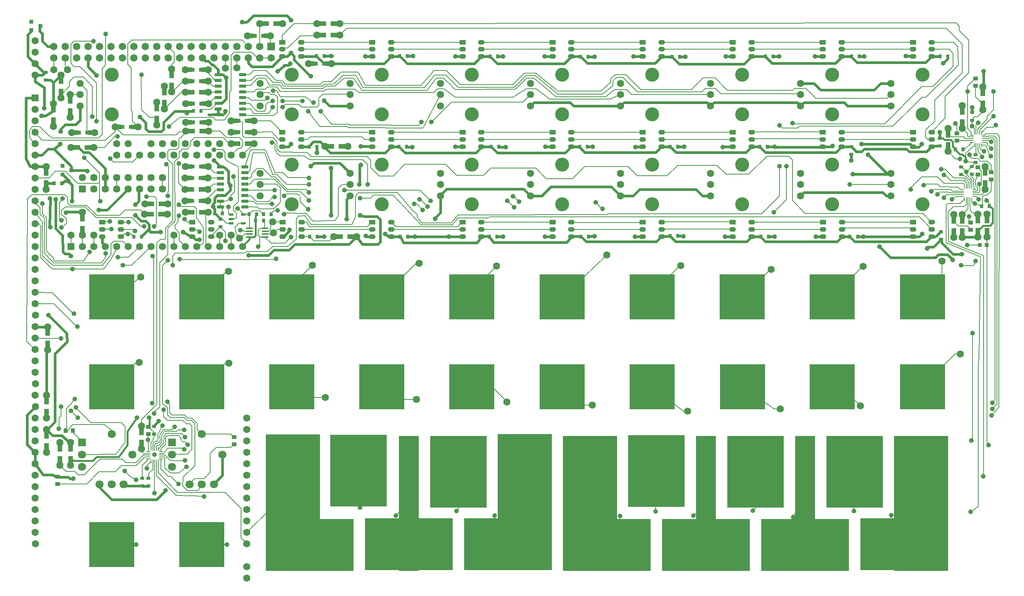
<source format=gtl>
%FSLAX33Y33*%
%MOMM*%
%AMRect-W741421-H941421-RO1.000*
21,1,0.741421,0.941421,0.,0.,180*%
%AMRR-H1089615-W1469615-R544807-RO0.000*
21,1,0.380001,1.089615,0.,0.,360*
21,1,1.469615,0.000001,0.,0.,360*
1,1,1.089614,-0.1900005,0.0000005*
1,1,1.089614,0.1900005,0.0000005*
1,1,1.089614,0.1900005,-0.0000005*
1,1,1.089614,-0.1900005,-0.0000005*%
%AMRect-W670710-H870710-RO0.500*
21,1,0.67071,0.87071,0.,0.,270*%
%AMRect-W842120-H941421-RO0.500*
21,1,0.84212,0.941421,0.,0.,270*%
%AMRect-W741421-H941421-RO1.500*
21,1,0.741421,0.941421,0.,0.,90*%
%AMRect-W800000-H900000-RO0.500*
21,1,0.8,0.9,0.,0.,270*%
%AMRect-W741421-H941421-RO0.500*
21,1,0.741421,0.941421,0.,0.,270*%
%AMRect-W670710-H870710-RO1.000*
21,1,0.67071,0.87071,0.,0.,180*%
%AMRect-W842120-H941421-RO1.500*
21,1,0.84212,0.941421,0.,0.,90*%
%AMRect-W670710-H870710-RO1.500*
21,1,0.67071,0.87071,0.,0.,90*%
%AMRR-H192474-W893701-R96237-RO0.000*
21,1,0.701227,0.192474,0.,0.,360*
1,1,0.192474,-0.3506135,0.*
1,1,0.192474,0.3506135,0.*
1,1,0.192474,0.3506135,-0.*
1,1,0.192474,-0.3506135,0.*%
%AMRR-H192474-W850000-R96237-RO0.000*
21,1,0.657526,0.192474,0.,0.,360*
1,1,0.192474,-0.328763,0.*
1,1,0.192474,0.328763,0.*
1,1,0.192474,0.328763,-0.*
1,1,0.192474,-0.328763,0.*%
%AMRR-H850000-W192474-R96237-RO0.000*
21,1,0.192474,0.657526,0.,0.,360*
1,1,0.192474,0.,0.328763*
1,1,0.192474,0.,0.328763*
1,1,0.192474,0.,-0.328763*
1,1,0.192474,-0.,-0.328763*%
%AMRR-H893701-W192474-R96237-RO0.000*
21,1,0.192474,0.701227,0.,0.,360*
1,1,0.192474,0.,0.3506135*
1,1,0.192474,0.,0.3506135*
1,1,0.192474,0.,-0.3506135*
1,1,0.192474,-0.,-0.3506135*%
%AMRR-H820000-W192474-R96237-RO0.000*
21,1,0.192474,0.627526,0.,0.,360*
1,1,0.192474,0.,0.313763*
1,1,0.192474,0.,0.313763*
1,1,0.192474,0.,-0.313763*
1,1,0.192474,-0.,-0.313763*%
%AMRect-W1650000-H1650000-RO0.500*
21,1,1.65,1.65,0.,0.,270*%
%AMRect-W842120-H941421-RO1.000*
21,1,0.84212,0.941421,0.,0.,180*%
%AMRect-W600000-H1500000-RO1.500*
21,1,0.6,1.5,0.,0.,90*%
%AMRect-W820000-H192474-RO1.000*
21,1,0.82,0.192474,0.,0.,180*%
%AMRR-H192474-W893701-R96237-RO1.000*
21,1,0.701227,0.192474,0.,0.,180*
1,1,0.192474,0.3506135,-0.*
1,1,0.192474,-0.3506135,-0.*
1,1,0.192474,-0.3506135,0.*
1,1,0.192474,0.3506135,0.*%
%AMRR-H192474-W850000-R96237-RO1.000*
21,1,0.657526,0.192474,0.,0.,180*
1,1,0.192474,0.328763,-0.*
1,1,0.192474,-0.328763,-0.*
1,1,0.192474,-0.328763,0.*
1,1,0.192474,0.328763,0.*%
%AMRR-H850000-W192474-R96237-RO1.000*
21,1,0.192474,0.657526,0.,0.,180*
1,1,0.192474,0.,-0.328763*
1,1,0.192474,-0.,-0.328763*
1,1,0.192474,-0.,0.328763*
1,1,0.192474,0.,0.328763*%
%AMRR-H893701-W192474-R96237-RO1.000*
21,1,0.192474,0.701227,0.,0.,180*
1,1,0.192474,0.,-0.3506135*
1,1,0.192474,-0.,-0.3506135*
1,1,0.192474,-0.,0.3506135*
1,1,0.192474,0.,0.3506135*%
%AMRR-H820000-W192474-R96237-RO1.000*
21,1,0.192474,0.627526,0.,0.,180*
1,1,0.192474,0.,-0.313763*
1,1,0.192474,-0.,-0.313763*
1,1,0.192474,-0.,0.313763*
1,1,0.192474,0.,0.313763*%
%AMRect-W1600000-H1600000-RO0.500*
21,1,1.6,1.6,0.,0.,270*%
%AMRect-W1600000-H300000-RO1.000*
21,1,1.6,0.3,0.,0.,180*%
%AMRR-H300000-W1600000-R150000-RO1.000*
21,1,1.3,0.3,0.,0.,180*
1,1,0.3,0.65,-0.*
1,1,0.3,-0.65,-0.*
1,1,0.3,-0.65,0.*
1,1,0.3,0.65,0.*%
%AMRR-H300000-W1600000-R150000-RO0.000*
21,1,1.3,0.3,0.,0.,360*
1,1,0.3,-0.65,0.*
1,1,0.3,0.65,0.*
1,1,0.3,0.65,-0.*
1,1,0.3,-0.65,0.*%
%ADD10C,0.2032*%
%ADD11C,0.6096*%
%ADD12C,0.381*%
%ADD13C,1.0668*%
%ADD14C,1.*%
%ADD15C,1.6*%
%ADD16Rect-W741421-H941421-RO1.000*%
%ADD17R,0.67071X0.87071*%
%ADD18R,1.469615X1.089615*%
%ADD19RR-H1089615-W1469615-R544807-RO0.000*%
%ADD20C,1.6*%
%ADD21R,1.8X1.8*%
%ADD22C,1.8*%
%ADD23R,10.X10.*%
%ADD24R,0.741421X0.941421*%
%ADD25C,1.6*%
%ADD26C,3.1*%
%ADD27Rect-W670710-H870710-RO0.500*%
%ADD28Rect-W842120-H941421-RO0.500*%
%ADD29C,1.6*%
%ADD30Rect-W741421-H941421-RO1.500*%
%ADD31Rect-W800000-H900000-RO0.500*%
%ADD32R,1.62X1.62*%
%ADD33C,1.62*%
%ADD34Rect-W741421-H941421-RO0.500*%
%ADD35Rect-W670710-H870710-RO1.000*%
%ADD36Rect-W842120-H941421-RO1.500*%
%ADD37Rect-W670710-H870710-RO1.500*%
%ADD38R,1.6X1.6*%
%ADD39R,0.82X0.192474*%
%ADD40RR-H192474-W893701-R96237-RO0.000*%
%ADD41RR-H192474-W850000-R96237-RO0.000*%
%ADD42RR-H850000-W192474-R96237-RO0.000*%
%ADD43RR-H893701-W192474-R96237-RO0.000*%
%ADD44RR-H820000-W192474-R96237-RO0.000*%
%ADD45C,1.65*%
%ADD46Rect-W1650000-H1650000-RO0.500*%
%ADD47R,1.05X0.6*%
%ADD48Rect-W842120-H941421-RO1.000*%
%ADD49Rect-W600000-H1500000-RO1.500*%
%ADD50R,0.84212X0.941421*%
%ADD51Rect-W820000-H192474-RO1.000*%
%ADD52RR-H192474-W893701-R96237-RO1.000*%
%ADD53RR-H192474-W850000-R96237-RO1.000*%
%ADD54RR-H850000-W192474-R96237-RO1.000*%
%ADD55RR-H893701-W192474-R96237-RO1.000*%
%ADD56RR-H820000-W192474-R96237-RO1.000*%
%ADD57Rect-W1600000-H1600000-RO0.500*%
%ADD58Rect-W1600000-H300000-RO1.000*%
%ADD59RR-H300000-W1600000-R150000-RO1.000*%
%ADD60RR-H300000-W1600000-R150000-RO0.000*%
%ADD61R,12.X30.*%
%ADD62R,4.5X30.*%
%ADD63R,19.5X11.5*%
%ADD64R,12.5X16.*%
D10*
%LNtop copper_traces*%
G01*
X9680Y116070D02*
X10225Y115525D01*
X49485Y78990D02*
X50475Y78990D01*
X12052Y40318D02*
X12207Y40318D01*
X47418Y82369D02*
X46510Y82369D01*
X54865Y105775D02*
X55765Y107225D01*
X210717Y80005D02*
X209956Y80766D01*
X91750Y114325D02*
X94200Y114325D01*
X30314Y33105D02*
X30314Y34490D01*
D11*
X45925Y90411D02*
X46482Y89854D01*
D10*
X31804Y29875D02*
X32954Y28725D01*
X82100Y120045D02*
X97900Y120045D01*
X32954Y25925D02*
X34950Y25925D01*
D11*
X65480Y118445D02*
X66250Y117675D01*
D10*
X211525Y101564D02*
X211525Y102485D01*
X18450Y36725D02*
X11396Y36725D01*
X207876Y89464D02*
X208417Y88925D01*
D12*
X206705Y99500D02*
X206705Y98477D01*
D11*
X164075Y78425D02*
X165150Y77350D01*
D10*
X70675Y125755D02*
X207495Y125955D01*
X54275Y106825D02*
X54275Y107825D01*
X29950Y28486D02*
X29950Y25381D01*
X24451Y122150D02*
X25375Y122150D01*
D11*
X153740Y108250D02*
X172240Y108250D01*
D10*
X212325Y102409D02*
X213714Y103797D01*
X82546Y87627D02*
X88667Y81077D01*
X217006Y40456D02*
X215350Y38725D01*
X199848Y91700D02*
X203325Y91700D01*
X28991Y33002D02*
X29196Y33266D01*
X43577Y110537D02*
X41430Y110537D01*
X72625Y102650D02*
X89165Y102575D01*
X13775Y113900D02*
X11660Y113900D01*
X54030Y81625D02*
X53695Y81960D01*
D11*
X55685Y116230D02*
X51107Y116230D01*
D10*
X30350Y25994D02*
X34594Y21575D01*
X59075Y120325D02*
X57750Y120325D01*
X10000Y40150D02*
X10025Y35094D01*
X12990Y116200D02*
X11700Y116200D01*
D11*
X42907Y84553D02*
X42554Y84906D01*
D10*
X210050Y101410D02*
X210050Y100800D01*
D11*
X59848Y98990D02*
X59303Y98445D01*
D10*
X67425Y42675D02*
X62600Y42675D01*
X36375Y76265D02*
X35020Y77620D01*
D11*
X59004Y118445D02*
X57900Y118445D01*
D10*
X214876Y100372D02*
X215649Y100372D01*
X87745Y85700D02*
X89070Y84375D01*
D12*
X204617Y100250D02*
X204953Y99915D01*
D10*
X8875Y83329D02*
X9951Y82503D01*
D12*
X215094Y80874D02*
X215094Y80993D01*
D10*
X58493Y112325D02*
X66438Y112325D01*
D11*
X84150Y78425D02*
X84851Y77044D01*
D10*
X55381Y110000D02*
X54975Y110406D01*
X21365Y73850D02*
X23800Y73850D01*
X41910Y30272D02*
X43263Y31625D01*
X30023Y41181D02*
X30023Y77007D01*
X70675Y123215D02*
X72210Y124750D01*
X107975Y10075D02*
X105075Y12975D01*
X31953Y78010D02*
X31801Y77857D01*
X69569Y111844D02*
X71625Y113650D01*
X49075Y112050D02*
X50825Y112050D01*
X30939Y31252D02*
X31980Y32293D01*
X83090Y80655D02*
X82100Y81645D01*
X35125Y73671D02*
X35074Y73298D01*
X29454Y39354D02*
X29454Y38989D01*
D11*
X26075Y86300D02*
X26075Y88980D01*
D10*
X31629Y29475D02*
X31804Y29300D01*
X62100Y101645D02*
X77697Y101645D01*
X44785Y82144D02*
X44785Y82350D01*
D11*
X7227Y97892D02*
X11088Y94031D01*
D10*
X56749Y80045D02*
X57972Y80045D01*
X12225Y58425D02*
X7150Y63500D01*
D11*
X54836Y74261D02*
X50586Y74261D01*
D10*
X211539Y88525D02*
X211986Y88525D01*
D12*
X213507Y80874D02*
X215094Y80874D01*
D10*
X210875Y33125D02*
X211125Y33375D01*
X109725Y111200D02*
X112175Y113650D01*
X18575Y117950D02*
X18650Y118025D01*
X22156Y37131D02*
X23025Y36262D01*
X54975Y110406D02*
X53450Y110406D01*
X29150Y32429D02*
X29646Y32925D01*
X132150Y113850D02*
X133525Y113850D01*
X23025Y36262D02*
X23025Y32846D01*
X207870Y120700D02*
X207840Y120669D01*
X169800Y94125D02*
X169800Y86675D01*
X74825Y26400D02*
X75150Y18325D01*
X49575Y93920D02*
X50855Y97750D01*
X57450Y112150D02*
X57900Y111394D01*
X7081Y72563D02*
X12400Y72563D01*
X207275Y52325D02*
X208450Y52325D01*
D11*
X200725Y117125D02*
X202100Y118500D01*
D10*
X209060Y90250D02*
X209350Y89835D01*
D11*
X162100Y118450D02*
X165125Y118450D01*
D10*
X215265Y88545D02*
X214348Y87629D01*
D11*
X9850Y83790D02*
X9961Y83902D01*
D10*
X200750Y100497D02*
X200750Y102097D01*
X35831Y112992D02*
X33300Y110461D01*
D11*
X42231Y116658D02*
X41430Y117459D01*
D10*
X32684Y88535D02*
X32659Y93921D01*
X210015Y107515D02*
X210050Y102435D01*
X29550Y32236D02*
X29829Y32519D01*
X31980Y32293D02*
X32005Y33780D01*
X66793Y111875D02*
X67218Y112300D01*
X74100Y87250D02*
X74650Y88175D01*
X47035Y85140D02*
X48145Y86250D01*
D11*
X165125Y118450D02*
X166625Y116950D01*
D10*
X132900Y13075D02*
X132900Y16375D01*
X41438Y83885D02*
X40900Y83347D01*
X64253Y81164D02*
X73421Y81139D01*
X56268Y92680D02*
X58045Y92680D01*
X32529Y25200D02*
X33125Y25200D01*
D11*
X9535Y90750D02*
X10350Y90750D01*
D10*
X182100Y100045D02*
X198075Y100045D01*
D11*
X192135Y92500D02*
X187975Y96660D01*
D10*
X47418Y80511D02*
X47750Y78950D01*
D11*
X5595Y90315D02*
X7165Y90315D01*
X50320Y117018D02*
X50320Y118175D01*
D10*
X32410Y37650D02*
X35775Y37650D01*
X45240Y118110D02*
X45240Y115900D01*
X50000Y12700D02*
X55397Y18097D01*
X35072Y73364D02*
X35125Y73671D01*
X206850Y119175D02*
X206850Y116250D01*
X55575Y101716D02*
X55423Y101716D01*
X34925Y100131D02*
X34925Y98275D01*
X51303Y84169D02*
X50549Y83414D01*
X8875Y84181D02*
X8875Y83329D01*
D11*
X199210Y98352D02*
X199848Y98990D01*
D10*
X5525Y82450D02*
X5525Y82632D01*
X75800Y111525D02*
X89500Y111525D01*
D11*
X60695Y76760D02*
X72705Y76760D01*
D10*
X113737Y113650D02*
X118712Y109525D01*
D11*
X182150Y78450D02*
X183811Y78450D01*
D10*
X23150Y28250D02*
X22425Y29001D01*
X32100Y30950D02*
X32492Y31433D01*
X87200Y85700D02*
X87745Y85700D01*
X52105Y85670D02*
X51475Y86300D01*
X96575Y92050D02*
X94150Y94475D01*
X50650Y90131D02*
X49706Y90131D01*
X72405Y102870D02*
X72625Y102650D01*
X60515Y125760D02*
X65590Y125760D01*
D11*
X42907Y83662D02*
X42890Y83671D01*
D10*
X31574Y32513D02*
X31599Y33946D01*
X208761Y88925D02*
X208417Y88925D01*
D11*
X3000Y109220D02*
X1025Y109220D01*
X197075Y97270D02*
X200840Y97270D01*
D10*
X40000Y34600D02*
X39025Y35575D01*
D11*
X45466Y109065D02*
X45466Y113785D01*
D12*
X51591Y78340D02*
X51951Y78700D01*
D10*
X46535Y76290D02*
X46535Y78805D01*
X29554Y21408D02*
X29550Y26675D01*
X52410Y118110D02*
X55400Y118110D01*
X54810Y86250D02*
X55810Y87250D01*
X48125Y98100D02*
X48677Y98100D01*
D11*
X185975Y118450D02*
X187198Y118450D01*
X137200Y88925D02*
X149775Y88925D01*
D10*
X9712Y85000D02*
X8894Y84181D01*
X31804Y27075D02*
X31804Y29300D01*
X208761Y87325D02*
X207362Y87325D01*
D11*
X28372Y79995D02*
X28606Y79431D01*
D10*
X207495Y125955D02*
X208200Y125250D01*
D11*
X180805Y97150D02*
X182100Y98445D01*
D10*
X61004Y82300D02*
X61525Y83050D01*
X5125Y74719D02*
X5615Y74229D01*
X18390Y98275D02*
X16090Y98275D01*
X97700Y121645D02*
X82100Y121645D01*
X32950Y97800D02*
X32500Y97350D01*
X205034Y93400D02*
X204225Y93400D01*
X47035Y84300D02*
X47035Y85140D01*
X31701Y40900D02*
X31295Y41306D01*
X32659Y94045D02*
X32554Y94150D01*
X32500Y74450D02*
X30700Y72650D01*
X23601Y116675D02*
X23576Y121260D01*
X52584Y78831D02*
X52925Y78340D01*
D11*
X186495Y98990D02*
X197355Y98990D01*
D10*
X32954Y28725D02*
X34827Y28673D01*
X182100Y121645D02*
X197900Y121645D01*
D11*
X182650Y108250D02*
X173740Y108250D01*
D10*
X29950Y31912D02*
X30125Y32062D01*
X96323Y109415D02*
X109098Y109390D01*
X91575Y115325D02*
X94300Y115325D01*
X50620Y114445D02*
X51525Y115350D01*
X22425Y29001D02*
X17379Y29001D01*
X13950Y25496D02*
X12604Y25496D01*
D11*
X175925Y112500D02*
X177425Y111000D01*
D10*
X214679Y100175D02*
X213810Y100175D01*
X6165Y91440D02*
X7500Y93029D01*
X183900Y90025D02*
X193050Y90025D01*
X213575Y25375D02*
X213550Y74203D01*
X211548Y87725D02*
X213125Y87725D01*
X54275Y107825D02*
X54720Y108270D01*
D11*
X5908Y97892D02*
X4536Y96520D01*
D10*
X19900Y76850D02*
X19900Y74450D01*
X52155Y111175D02*
X54056Y111175D01*
X32500Y95500D02*
X33625Y94500D01*
X214650Y32075D02*
X214325Y32675D01*
D11*
X104774Y77171D02*
X121024Y77171D01*
D10*
X27167Y30275D02*
X26625Y30817D01*
D11*
X78859Y82936D02*
X76150Y82936D01*
D10*
X4250Y73775D02*
X6825Y71200D01*
X64636Y81926D02*
X69576Y81951D01*
X55304Y81354D02*
X55800Y81850D01*
X206957Y91477D02*
X205034Y93400D01*
X3875Y81280D02*
X4250Y80680D01*
X205631Y85806D02*
X205250Y85425D01*
X26650Y106650D02*
X28404Y104896D01*
X14075Y85000D02*
X9712Y85000D01*
X78027Y87627D02*
X82546Y87627D01*
X8425Y86050D02*
X9100Y86725D01*
X210625Y96150D02*
X210625Y96590D01*
X34055Y80940D02*
X34809Y81694D01*
X117525Y62350D02*
X120000Y65050D01*
X214450Y99279D02*
X214450Y98904D01*
X89165Y102575D02*
X92990Y110000D01*
X49335Y79640D02*
X50549Y79640D01*
X35096Y85088D02*
X38346Y85104D01*
X34925Y85500D02*
X34809Y85375D01*
D11*
X79110Y76760D02*
X79625Y77275D01*
D10*
X49711Y88764D02*
X49507Y88968D01*
X213156Y85200D02*
X211675Y85806D01*
X37850Y38150D02*
X36875Y38150D01*
X34450Y97800D02*
X32950Y97800D01*
X72939Y103200D02*
X72714Y103425D01*
X207990Y116565D02*
X207840Y120669D01*
X122100Y121645D02*
X137805Y121645D01*
D12*
X212350Y79716D02*
X213507Y80874D01*
D10*
X76149Y100045D02*
X77762Y100045D01*
X52300Y93600D02*
X53655Y93600D01*
D11*
X105750Y118475D02*
X105780Y118445D01*
D10*
X28161Y30771D02*
X28161Y33331D01*
X62172Y81645D02*
X63285Y81645D01*
X45190Y95740D02*
X45190Y97253D01*
D11*
X51107Y116230D02*
X50320Y117018D01*
X75336Y98480D02*
X77978Y98480D01*
D10*
X96900Y82550D02*
X103515Y82550D01*
X54975Y112150D02*
X57450Y112150D01*
D11*
X116154Y118445D02*
X117900Y118445D01*
D10*
X28750Y28486D02*
X27844Y27580D01*
X211525Y105085D02*
X211090Y104320D01*
X29950Y31264D02*
X29950Y31912D01*
X76770Y80615D02*
X77800Y81645D01*
X35800Y32825D02*
X36374Y32825D01*
X201202Y100045D02*
X202100Y100045D01*
D11*
X68405Y107500D02*
X67218Y108687D01*
D10*
X91475Y110400D02*
X92325Y111250D01*
X54306Y115350D02*
X56500Y113156D01*
X199925Y109375D02*
X198825Y108275D01*
X67016Y111394D02*
X67466Y111844D01*
D11*
X184510Y92275D02*
X192550Y92275D01*
X140595Y116920D02*
X142100Y118425D01*
D10*
X41430Y114770D02*
X43025Y113175D01*
D11*
X31050Y101816D02*
X28184Y101816D01*
D10*
X5525Y82632D02*
X4650Y83507D01*
X10650Y112890D02*
X10650Y111850D01*
X31290Y91515D02*
X31290Y89060D01*
X45529Y81400D02*
X44785Y82144D01*
D11*
X63900Y98455D02*
X64718Y99527D01*
D10*
X40192Y106710D02*
X39900Y106418D01*
X25375Y122150D02*
X28075Y122125D01*
X102250Y100045D02*
X117900Y100045D01*
X55484Y108270D02*
X55765Y108550D01*
X209590Y95144D02*
X211235Y94969D01*
X18700Y73850D02*
X18700Y74725D01*
X95352Y81509D02*
X96909Y83294D01*
X168925Y102544D02*
X172250Y102544D01*
X49065Y99750D02*
X49065Y99750D01*
X214567Y100804D02*
X215875Y100804D01*
X32514Y88236D02*
X32684Y88535D01*
X109450Y111625D02*
X112050Y114225D01*
X61329Y87925D02*
X61800Y87454D01*
X36175Y110461D02*
X37836Y110461D01*
X122100Y100045D02*
X137715Y100045D01*
X75575Y110950D02*
X90025Y110950D01*
D11*
X9625Y74600D02*
X9175Y75050D01*
X101126Y77044D02*
X102125Y78475D01*
D10*
X206005Y88125D02*
X205780Y88350D01*
D11*
X122100Y98445D02*
X123700Y98445D01*
D10*
X205631Y85806D02*
X208324Y85806D01*
D12*
X51951Y83035D02*
X52330Y83414D01*
D10*
X214325Y32675D02*
X214325Y41825D01*
D12*
X15770Y28650D02*
X16625Y29505D01*
D10*
X211800Y111951D02*
X211800Y109478D01*
X54325Y114275D02*
X55850Y112750D01*
X2865Y99060D02*
X1800Y100400D01*
X32171Y34698D02*
X34075Y34673D01*
X35738Y97925D02*
X36820Y97925D01*
D11*
X185640Y78450D02*
X198140Y78450D01*
D10*
X10900Y36200D02*
X10119Y35094D01*
D11*
X4650Y114300D02*
X5375Y115025D01*
D10*
X209750Y86736D02*
X209750Y85629D01*
X195075Y106875D02*
X191650Y103450D01*
X209750Y85629D02*
X209208Y85087D01*
X52850Y84169D02*
X51303Y84169D01*
X102575Y92050D02*
X96575Y92050D01*
D11*
X104020Y118475D02*
X105620Y116875D01*
X151200Y87500D02*
X152990Y87500D01*
D10*
X43995Y76265D02*
X43970Y76290D01*
X200000Y45050D02*
X207275Y52325D01*
X162100Y100150D02*
X177552Y100150D01*
D11*
X9961Y83902D02*
X13510Y83902D01*
X45925Y92950D02*
X45925Y90411D01*
D10*
X48735Y77965D02*
X49485Y78990D01*
X209846Y92838D02*
X210854Y93946D01*
D11*
X149775Y88925D02*
X151200Y87500D01*
X213404Y111730D02*
X213625Y111951D01*
X102100Y118445D02*
X104020Y118445D01*
D10*
X11660Y113900D02*
X10650Y112890D01*
D11*
X197993Y98352D02*
X199210Y98352D01*
X197355Y98990D02*
X197900Y98445D01*
D10*
X42517Y111905D02*
X41430Y112992D01*
X8750Y38600D02*
X8375Y38250D01*
X214876Y100372D02*
X214679Y100175D01*
X47150Y119375D02*
X51069Y119375D01*
X44785Y82350D02*
X44610Y82350D01*
D11*
X203875Y98550D02*
X202175Y98550D01*
X42534Y85700D02*
X42534Y85104D01*
D10*
X215475Y99775D02*
X213810Y99775D01*
D11*
X58350Y116561D02*
X59347Y116561D01*
D10*
X131806Y114425D02*
X134181Y114425D01*
D11*
X182200Y118450D02*
X184150Y118450D01*
D10*
X44610Y84595D02*
X44610Y83550D01*
X30735Y34273D02*
X31360Y35540D01*
X31953Y80284D02*
X31953Y78010D01*
X29150Y31264D02*
X29150Y32429D01*
X96975Y26175D02*
X96975Y17850D01*
X33325Y30093D02*
X33706Y30525D01*
X173975Y19175D02*
X171350Y16550D01*
X30939Y29875D02*
X31804Y29875D01*
X42876Y109365D02*
X41509Y107997D01*
D11*
X80505Y116850D02*
X82100Y118445D01*
D10*
X64137Y105638D02*
X66125Y103075D01*
D11*
X3075Y40640D02*
X1270Y38835D01*
D10*
X210015Y111856D02*
X211709Y113550D01*
X7081Y73660D02*
X5531Y75210D01*
X6075Y100925D02*
X6754Y100347D01*
X88740Y86535D02*
X90175Y85100D01*
X56730Y111713D02*
X57394Y110700D01*
X107850Y41650D02*
X104450Y45050D01*
X51525Y115350D02*
X54306Y115350D01*
X54030Y78990D02*
X55715Y78990D01*
X56775Y106100D02*
X56775Y106650D01*
X46525Y118685D02*
X46525Y110935D01*
X36600Y36825D02*
X35775Y37650D01*
X54030Y80290D02*
X54030Y81625D01*
X35800Y32825D02*
X34996Y34225D01*
X48415Y100400D02*
X49065Y99750D01*
X204400Y69325D02*
X204400Y72875D01*
X49075Y114445D02*
X50620Y114445D01*
X2400Y102935D02*
X4050Y102935D01*
X33625Y81955D02*
X31953Y80284D01*
X34050Y36144D02*
X33447Y35540D01*
X32492Y31433D02*
X36090Y31433D01*
X48145Y86229D02*
X48140Y93979D01*
D11*
X30000Y20000D02*
X32000Y22000D01*
D12*
X203875Y100250D02*
X204617Y100250D01*
D10*
X205784Y77329D02*
X213550Y74203D01*
X209750Y89514D02*
X209750Y90393D01*
D11*
X17300Y23400D02*
X17300Y22700D01*
D10*
X49625Y86300D02*
X51475Y86300D01*
X9728Y93029D02*
X12442Y90315D01*
X49075Y106825D02*
X51025Y106825D01*
X35139Y101816D02*
X36883Y101816D01*
X55397Y18097D02*
X55397Y19525D01*
X36853Y81645D02*
X36309Y82190D01*
D11*
X28606Y79431D02*
X30887Y79431D01*
D10*
X31801Y77857D02*
X30873Y77857D01*
D11*
X2200Y124100D02*
X1350Y123250D01*
D10*
X56200Y110875D02*
X56681Y110875D01*
X40900Y82550D02*
X40925Y82525D01*
X119025Y110125D02*
X129044Y110125D01*
X206550Y86736D02*
X207170Y87183D01*
X209846Y92210D02*
X209846Y92838D01*
X215649Y100372D02*
X216150Y99871D01*
X24504Y82659D02*
X26435Y80750D01*
X209846Y92210D02*
X210985Y91071D01*
X213677Y99375D02*
X214354Y99375D01*
X210325Y114834D02*
X205075Y109584D01*
X10950Y121175D02*
X10950Y117050D01*
D11*
X105620Y116875D02*
X120530Y116875D01*
D10*
X214286Y102725D02*
X215800Y102725D01*
D11*
X4536Y96520D02*
X3000Y96520D01*
X76534Y78445D02*
X77900Y78445D01*
D10*
X205683Y83917D02*
X205784Y77329D01*
X30760Y32925D02*
X30735Y34273D01*
X214348Y87629D02*
X213795Y87629D01*
X31295Y71950D02*
X31400Y72050D01*
X38430Y100400D02*
X44863Y100400D01*
X193075Y12875D02*
X193075Y16575D01*
X24325Y106496D02*
X24325Y115951D01*
D11*
X167005Y98349D02*
X177800Y98349D01*
D10*
X62250Y80045D02*
X77900Y80045D01*
D11*
X2200Y124300D02*
X2200Y124100D01*
X160425Y116775D02*
X162100Y118450D01*
D10*
X14425Y85406D02*
X16715Y83142D01*
D11*
X23185Y23015D02*
X22700Y23500D01*
D10*
X112050Y111250D02*
X114237Y111250D01*
D11*
X74390Y78445D02*
X75650Y76760D01*
D10*
X41438Y91505D02*
X43995Y91505D01*
D12*
X10860Y29310D02*
X11520Y28650D01*
D10*
X34823Y35468D02*
X34456Y35127D01*
D11*
X3000Y112850D02*
X5021Y111504D01*
X23670Y88975D02*
X19861Y85166D01*
D10*
X23038Y84322D02*
X26513Y84322D01*
X20000Y34600D02*
X20000Y35300D01*
X14075Y85000D02*
X16593Y82659D01*
X58870Y90000D02*
X63825Y90000D01*
X31295Y41306D02*
X31295Y71950D01*
X34031Y95136D02*
X35020Y96125D01*
X59848Y78303D02*
X58510Y76965D01*
X16715Y83142D02*
X21858Y83142D01*
X43240Y88840D02*
X44175Y88840D01*
X213350Y87234D02*
X213795Y87629D01*
X30939Y26790D02*
X32529Y25200D01*
X112050Y114225D02*
X114000Y114225D01*
X29150Y28400D02*
X29150Y26725D01*
X56058Y84169D02*
X56900Y84169D01*
X122100Y81550D02*
X137700Y81550D01*
X30492Y32062D02*
X31171Y32700D01*
X95507Y108333D02*
X111272Y108333D01*
X212425Y49900D02*
X212600Y51400D01*
X209375Y91477D02*
X206957Y91477D01*
X203961Y89514D02*
X203325Y90150D01*
X214339Y105085D02*
X215775Y106650D01*
X36244Y88975D02*
X34824Y90395D01*
D11*
X197846Y118554D02*
X196309Y118554D01*
D10*
X212289Y88829D02*
X212289Y89296D01*
X55730Y76200D02*
X59100Y76200D01*
X114237Y111250D02*
X117262Y108978D01*
X216275Y103200D02*
X215800Y102725D01*
X43675Y111905D02*
X42517Y111905D01*
X63262Y83624D02*
X64636Y81926D01*
X214794Y86056D02*
X214348Y86450D01*
X35800Y23025D02*
X36800Y22025D01*
D11*
X9610Y57350D02*
X6000Y60960D01*
X202870Y73736D02*
X203556Y74422D01*
D10*
X102100Y120045D02*
X117805Y120045D01*
X210950Y86736D02*
X210950Y86106D01*
X36875Y38150D02*
X36756Y38294D01*
X30939Y30771D02*
X30939Y31252D01*
X28750Y31252D02*
X28750Y32725D01*
D11*
X97993Y98445D02*
X96317Y98445D01*
D10*
X43675Y113175D02*
X43025Y113175D01*
D11*
X42536Y116646D02*
X42231Y116646D01*
D10*
X213125Y101564D02*
X214286Y102725D01*
X142100Y120045D02*
X157795Y120045D01*
D11*
X117525Y89525D02*
X115525Y87525D01*
D10*
X32500Y97350D02*
X32500Y95500D01*
D11*
X12990Y107500D02*
X12990Y104277D01*
D10*
X40000Y10000D02*
X45600Y10000D01*
X92075Y113675D02*
X93700Y113675D01*
D11*
X186495Y97270D02*
X187125Y97900D01*
D10*
X58768Y87925D02*
X61329Y87925D01*
X47015Y91310D02*
X47335Y90990D01*
X204750Y87075D02*
X205400Y87725D01*
X212352Y105085D02*
X211525Y105085D01*
D11*
X44800Y105555D02*
X45195Y105950D01*
D10*
X41910Y26086D02*
X40513Y24689D01*
D11*
X185475Y117125D02*
X200725Y117125D01*
D10*
X173990Y83600D02*
X199945Y83600D01*
X20000Y45050D02*
X25350Y50400D01*
D11*
X62555Y118445D02*
X65322Y118445D01*
D10*
X55715Y78990D02*
X55975Y79250D01*
D11*
X6879Y34246D02*
X5560Y35565D01*
D10*
X20985Y100725D02*
X20690Y100725D01*
X31171Y32700D02*
X31171Y34122D01*
X214775Y97000D02*
X215175Y96333D01*
X10800Y110000D02*
X12990Y110000D01*
D11*
X66250Y117675D02*
X66390Y117675D01*
D12*
X16625Y29505D02*
X21525Y29505D01*
D10*
X55855Y100400D02*
X56725Y99530D01*
D11*
X5450Y90170D02*
X5595Y90315D01*
D10*
X13775Y113900D02*
X15750Y111800D01*
X207635Y101410D02*
X207635Y103215D01*
D11*
X25273Y83142D02*
X26520Y81895D01*
D12*
X51951Y78700D02*
X51951Y83035D01*
D11*
X3000Y114300D02*
X3000Y112850D01*
D10*
X23800Y73850D02*
X26215Y76265D01*
X48231Y84494D02*
X49210Y83515D01*
X58550Y107825D02*
X61575Y107825D01*
X46225Y105950D02*
X45020Y104326D01*
X52105Y85670D02*
X55640Y85670D01*
X49625Y87500D02*
X50975Y87500D01*
X16650Y104050D02*
X16650Y112540D01*
X41389Y86425D02*
X41389Y86989D01*
X43675Y109365D02*
X42876Y109365D01*
X34825Y23500D02*
X33125Y25200D01*
X30760Y31710D02*
X30939Y31912D01*
X214775Y97000D02*
X214064Y98786D01*
X204775Y90250D02*
X209060Y90250D01*
X5531Y75210D02*
X5531Y82444D01*
X45830Y95100D02*
X48140Y93979D01*
X18700Y74300D02*
X18950Y74825D01*
X57900Y123140D02*
X57900Y121750D01*
X85750Y19175D02*
X83125Y16425D01*
X213350Y85445D02*
X213156Y85200D01*
X210175Y90677D02*
X209375Y91477D01*
X48600Y79900D02*
X49100Y79900D01*
X142100Y81750D02*
X157802Y81750D01*
D11*
X144025Y98445D02*
X145320Y97150D01*
D10*
X33447Y38775D02*
X36275Y38775D01*
X140000Y45050D02*
X146975Y39675D01*
X33900Y119246D02*
X33900Y117175D01*
D11*
X194129Y77350D02*
X200880Y77350D01*
D10*
X200800Y109375D02*
X199925Y109375D01*
X162100Y120045D02*
X177900Y120045D01*
X62100Y100045D02*
X63505Y100045D01*
D11*
X208946Y78315D02*
X212350Y78315D01*
D10*
X51025Y106825D02*
X51475Y105775D01*
X56000Y84575D02*
X57450Y86025D01*
D11*
X176301Y78450D02*
X177945Y78450D01*
D10*
X55304Y80140D02*
X55304Y81354D01*
X30873Y77857D02*
X30050Y77035D01*
X7500Y93029D02*
X9728Y93029D01*
D11*
X44496Y108095D02*
X45466Y109065D01*
D10*
X4495Y99955D02*
X4050Y100400D01*
D11*
X28372Y81122D02*
X27599Y81895D01*
D10*
X31360Y35540D02*
X33447Y35540D01*
X215392Y92697D02*
X214143Y93946D01*
X169800Y86675D02*
X167000Y83875D01*
D11*
X122100Y118445D02*
X124125Y118445D01*
D10*
X82100Y101645D02*
X97800Y101645D01*
X40000Y45050D02*
X45200Y50250D01*
X58510Y76965D02*
X55404Y76965D01*
X31900Y40900D02*
X31701Y40900D01*
X137481Y111125D02*
X148775Y111125D01*
X212950Y97892D02*
X213677Y97367D01*
X49300Y74825D02*
X50198Y75139D01*
X43264Y31627D02*
X46450Y31625D01*
D11*
X60477Y117748D02*
X64154Y114071D01*
D10*
X202100Y121500D02*
X202245Y121645D01*
X16030Y78755D02*
X16030Y76290D01*
X71625Y113650D02*
X73750Y113650D01*
X25500Y27575D02*
X27425Y29475D01*
X122350Y91325D02*
X116515Y91325D01*
X46510Y76265D02*
X46535Y76290D01*
D11*
X44600Y25400D02*
X44600Y30000D01*
D10*
X4050Y100400D02*
X2850Y101600D01*
X58950Y88439D02*
X61911Y88439D01*
D11*
X43900Y105555D02*
X44800Y105555D01*
D10*
X51025Y108700D02*
X54055Y108700D01*
X82100Y100045D02*
X97900Y100045D01*
X64050Y95550D02*
X62600Y96350D01*
X7300Y72975D02*
X7081Y73194D01*
X28236Y36045D02*
X28161Y36177D01*
X29950Y81100D02*
X29375Y80450D01*
X203961Y89514D02*
X207876Y89464D01*
X47200Y33850D02*
X46450Y34600D01*
X162975Y18175D02*
X162325Y17525D01*
X70325Y83100D02*
X70325Y89150D01*
X73421Y81139D02*
X74100Y82825D01*
X102200Y81645D02*
X117780Y81645D01*
X26775Y27600D02*
X28250Y29075D01*
X151112Y110637D02*
X151800Y111325D01*
X31625Y35127D02*
X34431Y35127D01*
X22100Y78445D02*
X22645Y78990D01*
X205328Y77047D02*
X205277Y82223D01*
D11*
X31551Y103801D02*
X31551Y102318D01*
D10*
X49711Y88764D02*
X56225Y88764D01*
D11*
X103775Y78475D02*
X104774Y77171D01*
D10*
X65603Y107225D02*
X66021Y107644D01*
X30314Y32513D02*
X30760Y32925D01*
D11*
X75108Y89975D02*
X75108Y94089D01*
X68700Y89290D02*
X68704Y89295D01*
X14760Y116165D02*
X14760Y118110D01*
D10*
X10950Y78755D02*
X10950Y76290D01*
X46225Y105950D02*
X46225Y110635D01*
X63875Y108931D02*
X64931Y107875D01*
X47150Y119340D02*
X46510Y118700D01*
D11*
X140950Y77300D02*
X142150Y78500D01*
D10*
X9680Y118110D02*
X9680Y116070D01*
X28250Y25825D02*
X28250Y24792D01*
X34925Y98275D02*
X34450Y97800D01*
X95687Y111663D02*
X96275Y111100D01*
X4650Y83507D02*
X4650Y85825D01*
X34381Y20900D02*
X40400Y20800D01*
X64137Y105606D02*
X64137Y105838D01*
X136738Y110637D02*
X151112Y110637D01*
X151975Y19175D02*
X149250Y16450D01*
D11*
X4500Y105292D02*
X5267Y105254D01*
D10*
X47335Y88423D02*
X46482Y87570D01*
D11*
X42860Y86006D02*
X42534Y85679D01*
X152990Y107500D02*
X152240Y108250D01*
D10*
X62100Y120045D02*
X77900Y120045D01*
X43995Y91505D02*
X44200Y91300D01*
D11*
X13835Y97125D02*
X13635Y97340D01*
X142100Y118425D02*
X144400Y118425D01*
D10*
X28161Y29875D02*
X27100Y29875D01*
D11*
X213625Y111951D02*
X213625Y115200D01*
D10*
X4050Y102935D02*
X4050Y102935D01*
X28138Y33331D02*
X28138Y34603D01*
D11*
X43650Y105580D02*
X41509Y105555D01*
D10*
X216556Y100175D02*
X216556Y41281D01*
X186131Y41047D02*
X180281Y45847D01*
X161465Y92275D02*
X165491Y96302D01*
X210150Y86736D02*
X210150Y84630D01*
D11*
X67096Y116850D02*
X80505Y116850D01*
X4650Y121850D02*
X5850Y120650D01*
D10*
X211925Y98525D02*
X211925Y96881D01*
X92325Y111250D02*
X93700Y111250D01*
D11*
X56025Y75425D02*
X54836Y74261D01*
D10*
X216150Y100575D02*
X215875Y100804D01*
X57950Y107225D02*
X58550Y107825D01*
X64575Y72050D02*
X60000Y67475D01*
X51774Y91205D02*
X50650Y90131D01*
D12*
X50636Y77851D02*
X50636Y78340D01*
D10*
X40925Y76795D02*
X41455Y76265D01*
D11*
X0950Y108270D02*
X0950Y95800D01*
D10*
X55257Y120793D02*
X55257Y123047D01*
X66963Y110750D02*
X67850Y111213D01*
X30025Y122125D02*
X48975Y122095D01*
X37608Y99578D02*
X38430Y100400D01*
X50770Y91475D02*
X51124Y91829D01*
X36820Y97925D02*
X37608Y98713D01*
D11*
X4650Y121850D02*
X4650Y123514D01*
X51497Y127559D02*
X50049Y126111D01*
D10*
X214348Y43023D02*
X214348Y78450D01*
D11*
X193050Y87500D02*
X192000Y87500D01*
D12*
X209590Y96011D02*
X209590Y95230D01*
D10*
X30125Y32925D02*
X30314Y33105D01*
X3000Y66040D02*
X6810Y65990D01*
D11*
X28173Y23000D02*
X26790Y23000D01*
D10*
X35020Y77620D02*
X35020Y79290D01*
X32410Y37650D02*
X31560Y38500D01*
X213875Y106608D02*
X212352Y105085D01*
X37850Y31164D02*
X37850Y36350D01*
X10575Y40800D02*
X10000Y40150D01*
X41910Y30272D02*
X41910Y26086D01*
D11*
X7050Y112670D02*
X8745Y114365D01*
X72990Y87500D02*
X72187Y86697D01*
D10*
X41430Y114770D02*
X41430Y115541D01*
X142250Y101645D02*
X157900Y101645D01*
D11*
X44737Y114445D02*
X43675Y114445D01*
D10*
X128650Y110731D02*
X130825Y112681D01*
D11*
X146050Y116775D02*
X160425Y116775D01*
D10*
X116515Y91325D02*
X114165Y93675D01*
X33300Y116575D02*
X33300Y115541D01*
D11*
X59792Y119232D02*
X60477Y118546D01*
D10*
X56775Y106050D02*
X56025Y105350D01*
X69311Y112300D02*
X71386Y114250D01*
X56667Y96977D02*
X56667Y97317D01*
D11*
X125325Y77300D02*
X140950Y77300D01*
X70700Y94800D02*
X64910Y94800D01*
D10*
X210375Y82047D02*
X210717Y81705D01*
X22100Y81645D02*
X23800Y81645D01*
X211125Y33375D02*
X211125Y56975D01*
X36150Y35493D02*
X34823Y35468D01*
X171350Y16550D02*
X171350Y16100D01*
X94200Y114325D02*
X96900Y111625D01*
X52300Y93600D02*
X51380Y92680D01*
X11700Y116200D02*
X10950Y116950D01*
X58179Y111875D02*
X66793Y111875D01*
X20777Y26177D02*
X22180Y27580D01*
X5125Y74719D02*
X5100Y81960D01*
X210950Y86106D02*
X211433Y85935D01*
X48677Y98100D02*
X49084Y98506D01*
X97645Y83294D02*
X129906Y83306D01*
D11*
X5375Y113225D02*
X6495Y113225D01*
D10*
X202350Y111750D02*
X199875Y111750D01*
D11*
X26775Y23015D02*
X23185Y23015D01*
D12*
X28408Y38225D02*
X28408Y36532D01*
D10*
X33835Y76265D02*
X33835Y78780D01*
X56725Y99530D02*
X56725Y97900D01*
D11*
X205600Y118500D02*
X205600Y117925D01*
X6879Y34246D02*
X8971Y34246D01*
D10*
X95537Y111838D02*
X95687Y111663D01*
X8375Y38250D02*
X8375Y35650D01*
D11*
X105780Y118445D02*
X106883Y118445D01*
D10*
X42850Y92650D02*
X44175Y92650D01*
X76851Y89849D02*
X76851Y94468D01*
X203325Y90150D02*
X200600Y90150D01*
X7081Y73194D02*
X7081Y73660D01*
D11*
X25273Y85498D02*
X26075Y86300D01*
D10*
X24466Y72051D02*
X28755Y76265D01*
X1800Y100400D02*
X1800Y102075D01*
D11*
X31551Y102318D02*
X31050Y101816D01*
D10*
X208200Y124231D02*
X208200Y125250D01*
D11*
X60695Y76760D02*
X59410Y75425D01*
D10*
X49534Y100400D02*
X55855Y100400D01*
X61575Y107825D02*
X62175Y107225D01*
D11*
X64910Y94800D02*
X64235Y94125D01*
X120530Y116875D02*
X122100Y118445D01*
D12*
X212350Y78315D02*
X212350Y79716D01*
D10*
X54616Y75088D02*
X55730Y76200D01*
X52225Y86250D02*
X54810Y86250D01*
X94300Y115325D02*
X97428Y112197D01*
X45500Y100466D02*
X44125Y101841D01*
X54030Y79640D02*
X54804Y79640D01*
X196150Y108025D02*
X195075Y106875D01*
D11*
X43675Y115507D02*
X42536Y116646D01*
D10*
X213125Y87725D02*
X213925Y88525D01*
X205277Y82223D02*
X205250Y84100D01*
D11*
X12990Y104277D02*
X12014Y103302D01*
D10*
X57981Y113156D02*
X58493Y112325D01*
D11*
X208879Y78248D02*
X208946Y78315D01*
X74390Y78445D02*
X72705Y76760D01*
D10*
X57981Y108550D02*
X62331Y108550D01*
X203879Y88350D02*
X203350Y87821D01*
X49075Y110635D02*
X51615Y110635D01*
X54036Y80290D02*
X52974Y80290D01*
X23580Y79025D02*
X24275Y79025D01*
X17570Y86175D02*
X17325Y86420D01*
D11*
X13635Y97340D02*
X12700Y98275D01*
X38645Y77750D02*
X39484Y77750D01*
D10*
X200600Y90150D02*
X200325Y89875D01*
X148775Y111125D02*
X151375Y113725D01*
X46510Y81400D02*
X45529Y81400D01*
X17325Y86420D02*
X17325Y92575D01*
D11*
X142125Y78500D02*
X143975Y78500D01*
D10*
X4650Y81764D02*
X4700Y74100D01*
X93700Y113675D02*
X95537Y111838D01*
X10219Y87162D02*
X10219Y85988D01*
X12647Y72565D02*
X17715Y72565D01*
X69576Y81951D02*
X70325Y83100D01*
D11*
X6852Y25513D02*
X7950Y25000D01*
D10*
X102200Y80045D02*
X117780Y80045D01*
X122100Y120045D02*
X137900Y120045D01*
X212425Y18450D02*
X212425Y49900D01*
X210050Y102435D02*
X210859Y101513D01*
X50549Y83414D02*
X49324Y83414D01*
D11*
X145700Y78554D02*
X146935Y78554D01*
D10*
X58297Y87454D02*
X58768Y87925D01*
X157705Y100045D02*
X157900Y99850D01*
D11*
X68700Y83175D02*
X68700Y93321D01*
D10*
X35639Y100681D02*
X34950Y100131D01*
X107865Y86400D02*
X107950Y86400D01*
X53869Y106269D02*
X54275Y106825D01*
X36094Y38238D02*
X36681Y37650D01*
X215775Y110675D02*
X215775Y106650D01*
D11*
X190475Y76212D02*
X192951Y73736D01*
D10*
X45830Y95100D02*
X45190Y95740D01*
X209750Y92838D02*
X208642Y93946D01*
D11*
X145225Y77325D02*
X161050Y77325D01*
X1270Y32210D02*
X1270Y38835D01*
D10*
X43264Y31625D02*
X43263Y31625D01*
X58297Y83675D02*
X63262Y83624D01*
X47780Y118110D02*
X47780Y115900D01*
X142100Y100045D02*
X157705Y100045D01*
D11*
X193050Y92500D02*
X192135Y92500D01*
D10*
X87850Y82731D02*
X88894Y81509D01*
X212396Y95775D02*
X211108Y95775D01*
D11*
X104300Y98445D02*
X105665Y97080D01*
D10*
X4050Y102935D02*
X6010Y100975D01*
X47150Y119375D02*
X47150Y119340D01*
X26215Y96585D02*
X24680Y95050D01*
X49065Y98525D02*
X49065Y99750D01*
X57500Y109531D02*
X62950Y109506D01*
D11*
X83800Y98445D02*
X85165Y97080D01*
D10*
X34055Y80256D02*
X34055Y80940D01*
D11*
X206832Y74524D02*
X208767Y74524D01*
D10*
X212752Y102152D02*
X215800Y105200D01*
X62600Y96350D02*
X57341Y96350D01*
X176325Y109150D02*
X192140Y109150D01*
X49534Y100400D02*
X49084Y100850D01*
X29550Y31264D02*
X29550Y32236D01*
D11*
X7440Y52400D02*
X10125Y55085D01*
D10*
X25475Y28250D02*
X27100Y29875D01*
X49084Y98506D02*
X49065Y98525D01*
X63505Y100045D02*
X64050Y100590D01*
X49065Y103799D02*
X48509Y104205D01*
X21135Y76265D02*
X21135Y75835D01*
X34360Y101037D02*
X35139Y101816D01*
D11*
X197900Y78445D02*
X199400Y78445D01*
D10*
X213094Y93020D02*
X213094Y90567D01*
D11*
X59410Y75425D02*
X56025Y75425D01*
X44175Y93979D02*
X42829Y95325D01*
X17900Y78359D02*
X17900Y77098D01*
D10*
X29404Y35027D02*
X28236Y36045D01*
X38346Y85104D02*
X38825Y84625D01*
X48415Y100400D02*
X45600Y100400D01*
X40400Y80475D02*
X40400Y76882D01*
D11*
X3000Y114300D02*
X4650Y114300D01*
X45466Y113716D02*
X44737Y114445D01*
X100530Y116875D02*
X102100Y118445D01*
D10*
X30939Y31912D02*
X31574Y32513D01*
D11*
X9160Y78640D02*
X7600Y80200D01*
D10*
X35020Y79290D02*
X34055Y80256D01*
X202375Y88925D02*
X201975Y88525D01*
D11*
X145320Y97150D02*
X160805Y97150D01*
D10*
X4150Y83400D02*
X4150Y84825D01*
X182175Y80406D02*
X197815Y80406D01*
X57785Y100045D02*
X57162Y100045D01*
X82500Y91925D02*
X79393Y91925D01*
X1815Y102075D02*
X2400Y102935D01*
X184800Y26175D02*
X184800Y17450D01*
X50450Y92719D02*
X50793Y93240D01*
X208724Y92116D02*
X208649Y92144D01*
X58045Y92680D02*
X59150Y91575D01*
X216535Y101300D02*
X214135Y101300D01*
X32500Y80256D02*
X34055Y81810D01*
D11*
X57900Y118445D02*
X55685Y116230D01*
D10*
X47035Y84300D02*
X47700Y83635D01*
X52425Y113650D02*
X54175Y113650D01*
X202725Y108725D02*
X208875Y114875D01*
D11*
X200925Y97270D02*
X202100Y98445D01*
D10*
X156425Y92275D02*
X161465Y92275D01*
D11*
X184150Y118450D02*
X185475Y117125D01*
X102125Y78475D02*
X103775Y78475D01*
X31551Y103801D02*
X34025Y106275D01*
D10*
X46482Y87570D02*
X46482Y86877D01*
D11*
X80730Y97075D02*
X82100Y98445D01*
D10*
X29725Y87308D02*
X29950Y86895D01*
X211825Y89835D02*
X211825Y91071D01*
X171550Y103450D02*
X191650Y103450D01*
X58950Y88439D02*
X56184Y91205D01*
X66021Y107644D02*
X66021Y109227D01*
D11*
X67385Y98240D02*
X68550Y97075D01*
X12014Y103302D02*
X9709Y103302D01*
X113733Y108243D02*
X112990Y107500D01*
X125050Y97150D02*
X140805Y97150D01*
D10*
X206675Y88525D02*
X206275Y88925D01*
X29550Y28400D02*
X29550Y26675D01*
X18575Y116400D02*
X18575Y117950D01*
X32500Y74450D02*
X32500Y80256D01*
X24596Y104100D02*
X24596Y106225D01*
X212289Y93825D02*
X213094Y93020D01*
D11*
X9100Y90315D02*
X9535Y90750D01*
D10*
X102250Y101645D02*
X117800Y101645D01*
X50983Y113175D02*
X52083Y114275D01*
X117262Y108978D02*
X130665Y108978D01*
X208879Y83359D02*
X210150Y84630D01*
X211539Y87325D02*
X211985Y87325D01*
X20979Y30050D02*
X13400Y30000D01*
X111650Y114775D02*
X114231Y114775D01*
X57450Y86025D02*
X57450Y89325D01*
X171150Y86440D02*
X173990Y83600D01*
X20690Y100725D02*
X18390Y98275D01*
X54055Y108700D02*
X54720Y109365D01*
X8750Y38600D02*
X8750Y40675D01*
X11262Y41488D02*
X10575Y40800D01*
X122100Y101645D02*
X137820Y101645D01*
X28404Y104896D02*
X30000Y104896D01*
X6758Y100351D02*
X17147Y100351D01*
X54645Y111713D02*
X56730Y111713D01*
X66021Y109227D02*
X66929Y110134D01*
X29404Y33946D02*
X29404Y35027D01*
X49075Y109365D02*
X50360Y109365D01*
D11*
X30485Y37490D02*
X29550Y36555D01*
D10*
X209750Y90393D02*
X209254Y90889D01*
X43373Y108095D02*
X43675Y108095D01*
X145650Y94300D02*
X143350Y92000D01*
X5100Y81960D02*
X5100Y82450D01*
X133525Y113850D02*
X136738Y110637D01*
X51124Y92350D02*
X51124Y91829D01*
X129700Y109525D02*
X131675Y111125D01*
X24855Y80045D02*
X25225Y79675D01*
X212325Y97592D02*
X212325Y98786D01*
X20000Y10000D02*
X25425Y10000D01*
X14550Y110940D02*
X14550Y101525D01*
D11*
X94339Y89027D02*
X111463Y89027D01*
D10*
X26513Y84322D02*
X27409Y83425D01*
D11*
X5735Y35560D02*
X7425Y37250D01*
D10*
X210550Y89514D02*
X210600Y90840D01*
D11*
X132990Y87500D02*
X130965Y89525D01*
D10*
X208200Y124231D02*
X210325Y122106D01*
X53604Y83414D02*
X52850Y84169D01*
X51615Y110635D02*
X52155Y111175D01*
D11*
X75650Y76760D02*
X79110Y76760D01*
X7400Y37275D02*
X7400Y52400D01*
X92812Y87500D02*
X94339Y89027D01*
D10*
X212725Y98786D02*
X212725Y98117D01*
X22600Y101016D02*
X34226Y101016D01*
D11*
X157900Y98445D02*
X155671Y98445D01*
D10*
X60515Y125755D02*
X57900Y123140D01*
X62950Y109506D02*
X63875Y108931D01*
X205325Y124750D02*
X208875Y121200D01*
D11*
X122125Y78475D02*
X124150Y78475D01*
D12*
X204953Y99915D02*
X206291Y99915D01*
D10*
X61525Y83039D02*
X62959Y83064D01*
D12*
X28408Y36532D02*
X28138Y36262D01*
D10*
X31700Y106776D02*
X35510Y110586D01*
X4265Y87760D02*
X5450Y87750D01*
X97820Y81645D02*
X96830Y80655D01*
X182100Y101645D02*
X197900Y101645D01*
X213677Y97367D02*
X213925Y97392D01*
X35020Y96125D02*
X35020Y97207D01*
D11*
X68550Y97075D02*
X80730Y97075D01*
D10*
X94150Y94475D02*
X85050Y94475D01*
D11*
X124225Y78400D02*
X125325Y77300D01*
D10*
X208340Y95725D02*
X207355Y95725D01*
X74875Y110400D02*
X91475Y110400D01*
X212379Y103750D02*
X211925Y103347D01*
D11*
X1270Y32210D02*
X3000Y30480D01*
D10*
X88894Y81509D02*
X95352Y81509D01*
X31599Y33946D02*
X32171Y34698D01*
D11*
X82100Y98445D02*
X83800Y98445D01*
D10*
X199848Y91700D02*
X197450Y89302D01*
D11*
X59303Y98445D02*
X57900Y98445D01*
D10*
X48685Y80290D02*
X49335Y79640D01*
X202245Y121645D02*
X206925Y121645D01*
X162100Y121645D02*
X177900Y121645D01*
X2235Y87760D02*
X4265Y87760D01*
D11*
X42860Y87016D02*
X43389Y87570D01*
D10*
X43079Y104326D02*
X45020Y104326D01*
X66929Y110134D02*
X72939Y110134D01*
X215265Y91098D02*
X215265Y88545D01*
X12990Y112500D02*
X14550Y110940D01*
X114165Y93675D02*
X104200Y93675D01*
D11*
X177425Y111000D02*
X189250Y111000D01*
D10*
X46639Y96614D02*
X48125Y98100D01*
D11*
X45155Y87570D02*
X46330Y88745D01*
D10*
X207355Y95725D02*
X205725Y97355D01*
X47700Y82650D02*
X47700Y83635D01*
D11*
X185375Y97270D02*
X186495Y97270D01*
X44175Y82290D02*
X44175Y82369D01*
D10*
X14497Y23475D02*
X17199Y26177D01*
X156700Y110975D02*
X171215Y110975D01*
D11*
X15075Y97125D02*
X13835Y97125D01*
X86919Y118575D02*
X85650Y118575D01*
D10*
X56681Y110875D02*
X57500Y109531D01*
X210985Y91696D02*
X210985Y91947D01*
X31171Y34122D02*
X31625Y35127D01*
X35200Y104930D02*
X32725Y102950D01*
X52925Y78340D02*
X54030Y78340D01*
X10800Y85406D02*
X14425Y85406D01*
X32896Y41103D02*
X32350Y41649D01*
X211825Y89835D02*
X212289Y89296D01*
X216556Y41281D02*
X215500Y40175D01*
X48717Y11557D02*
X50114Y10160D01*
D11*
X5021Y111504D02*
X5021Y106950D01*
X11218Y89882D02*
X10350Y90750D01*
X5540Y43180D02*
X5540Y53010D01*
D10*
X54056Y111175D02*
X54645Y111713D01*
D11*
X41430Y117459D02*
X40762Y117459D01*
D10*
X59023Y88950D02*
X63175Y88950D01*
X47087Y32100D02*
X47125Y32225D01*
D12*
X206291Y99915D02*
X206705Y99500D01*
D11*
X167157Y78450D02*
X165760Y78450D01*
D10*
X114000Y114225D02*
X119025Y110125D01*
X151375Y113725D02*
X153950Y113725D01*
X167075Y40175D02*
X168575Y40150D01*
D11*
X72990Y107500D02*
X68405Y107500D01*
D10*
X210275Y100575D02*
X210884Y100575D01*
X182150Y81650D02*
X197795Y81650D01*
D11*
X121850Y108243D02*
X113733Y108243D01*
D10*
X100000Y66475D02*
X100000Y65050D01*
X19381Y81757D02*
X17976Y81757D01*
X76725Y96225D02*
X64375Y96225D01*
X96909Y83294D02*
X97645Y83294D01*
X57900Y111394D02*
X67016Y111394D01*
X209190Y100575D02*
X209644Y100175D01*
X168250Y94125D02*
X168250Y87500D01*
X44175Y80590D02*
X41923Y78337D01*
X210050Y100800D02*
X210275Y100575D01*
D11*
X10075Y56925D02*
X9610Y57350D01*
D10*
X9870Y26250D02*
X8500Y27620D01*
D11*
X68704Y93325D02*
X68700Y93325D01*
D10*
X46510Y86877D02*
X45250Y86300D01*
D11*
X144400Y118425D02*
X146050Y116775D01*
D10*
X26613Y37725D02*
X26613Y35767D01*
X40400Y76882D02*
X38915Y76265D01*
X36650Y27300D02*
X35800Y26600D01*
X55404Y76965D02*
X54030Y78340D01*
X49210Y83515D02*
X49210Y83300D01*
X64925Y77475D02*
X68400Y77475D01*
X45190Y97253D02*
X44602Y97841D01*
X61900Y86175D02*
X63525Y84550D01*
X45935Y83688D02*
X46323Y83300D01*
X207990Y116565D02*
X200800Y109375D01*
D11*
X182100Y98445D02*
X184200Y98445D01*
D10*
X212396Y95775D02*
X212942Y95230D01*
X36779Y30093D02*
X37850Y31164D01*
D11*
X26311Y105000D02*
X27600Y103711D01*
D10*
X41988Y106710D02*
X40192Y106710D01*
D12*
X21525Y29505D02*
X23534Y32104D01*
D10*
X137700Y81550D02*
X137900Y81750D01*
X41988Y106710D02*
X43373Y108095D01*
X16593Y82659D02*
X24504Y82659D01*
X5100Y82450D02*
X4150Y83400D01*
X72210Y124750D02*
X205325Y124750D01*
D11*
X202521Y76129D02*
X204292Y77900D01*
D10*
X63825Y86525D02*
X61911Y88439D01*
X20835Y102781D02*
X20835Y101760D01*
X210884Y99279D02*
X209389Y97827D01*
X32005Y33780D02*
X32400Y34225D01*
X23576Y121260D02*
X24451Y122150D01*
X51475Y105775D02*
X54865Y105775D01*
X34100Y74825D02*
X49300Y74825D01*
X13206Y33250D02*
X11431Y35025D01*
X33300Y110461D02*
X33300Y112151D01*
X19650Y81800D02*
X19381Y81757D01*
X216535Y101300D02*
X217031Y100804D01*
D11*
X125650Y116920D02*
X140595Y116920D01*
D10*
X49625Y85055D02*
X52330Y85030D01*
X49084Y96614D02*
X51594Y99125D01*
X47750Y78950D02*
X48735Y77965D01*
D11*
X204292Y77900D02*
X204292Y77064D01*
D10*
X68650Y112750D02*
X70925Y115025D01*
X41455Y94045D02*
X42850Y92650D01*
X82100Y80045D02*
X97820Y80045D01*
X210325Y114875D02*
X210325Y122106D01*
X74225Y114250D02*
X75800Y111525D01*
X206281Y90889D02*
X209254Y90889D01*
D11*
X117525Y89525D02*
X130965Y89525D01*
X117900Y98445D02*
X116332Y98445D01*
D10*
X56261Y97758D02*
X56261Y98990D01*
X211525Y98685D02*
X209590Y97004D01*
D11*
X51447Y127559D02*
X58891Y127559D01*
D10*
X199875Y111750D02*
X196150Y108025D01*
X74650Y88175D02*
X83425Y88225D01*
D11*
X60477Y118546D02*
X60477Y117748D01*
D10*
X91025Y103800D02*
X95507Y108333D01*
X30700Y72650D02*
X30700Y40600D01*
X212876Y73958D02*
X205328Y77047D01*
X50793Y93723D02*
X50793Y93240D01*
X210556Y86736D02*
X210556Y86100D01*
X49210Y81400D02*
X48226Y81400D01*
X86675Y84450D02*
X83425Y88225D01*
X44602Y97841D02*
X42852Y97841D01*
X4250Y73775D02*
X4250Y80680D01*
X53140Y90150D02*
X56625Y90150D01*
D11*
X66363Y99527D02*
X67385Y98455D01*
D10*
X207635Y103215D02*
X207294Y103556D01*
X153950Y113725D02*
X156700Y110975D01*
D11*
X6495Y113225D02*
X7050Y112670D01*
D10*
X214143Y93946D02*
X213925Y93946D01*
X53955Y97016D02*
X55775Y92199D01*
X9620Y87760D02*
X10219Y87162D01*
X68882Y103425D02*
X68456Y103850D01*
X11396Y36725D02*
X10900Y36200D01*
X64050Y95550D02*
X75768Y95550D01*
X10950Y121175D02*
X11675Y121900D01*
X214064Y98786D02*
X213125Y98786D01*
X179213Y64339D02*
X186713Y71839D01*
X215300Y94340D02*
X215300Y92697D01*
X20400Y95050D02*
X19700Y95750D01*
X52895Y121360D02*
X52895Y120650D01*
D11*
X91821Y82550D02*
X92990Y83719D01*
D10*
X44125Y101841D02*
X41988Y101841D01*
X63285Y81645D02*
X63905Y80594D01*
X213714Y103797D02*
X214339Y104496D01*
X52330Y85055D02*
X52810Y84575D01*
X17147Y100351D02*
X17925Y101104D01*
X50793Y93723D02*
X51380Y97016D01*
D11*
X11088Y93200D02*
X14434Y93200D01*
D10*
X38938Y79986D02*
X37959Y79986D01*
X39025Y35575D02*
X39025Y36975D01*
X45250Y79500D02*
X45250Y79515D01*
X7300Y72975D02*
X13750Y72975D01*
X213925Y93946D02*
X213925Y93996D01*
X33550Y74125D02*
X33550Y72050D01*
X109072Y112197D02*
X111650Y114775D01*
X63175Y88950D02*
X63850Y88275D01*
D11*
X144000Y78550D02*
X145225Y77325D01*
X140805Y97150D02*
X142100Y98445D01*
X172990Y107500D02*
X172240Y108250D01*
D10*
X140800Y26325D02*
X140800Y17375D01*
X76665Y80615D02*
X76770Y80615D01*
D11*
X59390Y79649D02*
X58166Y78425D01*
D10*
X156425Y92275D02*
X154400Y94300D01*
X29325Y41550D02*
X29125Y41350D01*
X66438Y112325D02*
X66963Y112850D01*
X50175Y105325D02*
X49075Y105650D01*
X33900Y117175D02*
X33300Y116575D01*
D11*
X124125Y118445D02*
X125650Y116920D01*
D10*
X56500Y113156D02*
X57904Y113156D01*
X26650Y107826D02*
X26650Y106650D01*
X75604Y100590D02*
X76149Y100045D01*
X33062Y38238D02*
X32410Y38890D01*
X36275Y33921D02*
X35600Y34673D01*
D11*
X97820Y78445D02*
X94894Y78445D01*
D10*
X31804Y27075D02*
X32954Y25925D01*
X172656Y102950D02*
X193475Y102950D01*
X52860Y125720D02*
X52860Y120650D01*
X151800Y111325D02*
X154075Y111325D01*
D11*
X127229Y118425D02*
X125825Y118425D01*
X43675Y108095D02*
X44496Y108095D01*
D10*
X39500Y79500D02*
X38938Y79986D01*
D11*
X19011Y84322D02*
X19982Y85293D01*
D10*
X16650Y112540D02*
X12990Y116200D01*
X211800Y109478D02*
X213309Y107969D01*
X200000Y83655D02*
X199945Y83600D01*
X71175Y90000D02*
X72990Y90000D01*
X51380Y97016D02*
X53955Y97016D01*
X88675Y112025D02*
X91575Y115325D01*
X90800Y86425D02*
X90825Y86425D01*
X15750Y105100D02*
X15750Y111800D01*
X209600Y91840D02*
X210600Y90840D01*
X26613Y37771D02*
X30023Y41181D01*
X42608Y104930D02*
X43079Y104326D01*
D11*
X81490Y78445D02*
X80775Y78990D01*
D10*
X6825Y71200D02*
X18275Y71200D01*
X36853Y81645D02*
X37928Y81645D01*
X66963Y112850D02*
X68550Y112850D01*
X38400Y24689D02*
X40513Y24689D01*
D11*
X42907Y83662D02*
X42907Y84553D01*
D10*
X43970Y76290D02*
X43970Y78805D01*
X38400Y24689D02*
X37211Y23500D01*
D11*
X10860Y32700D02*
X10676Y32700D01*
X1025Y109220D02*
X0950Y108270D01*
X200880Y77350D02*
X201975Y78445D01*
D10*
X202350Y111750D02*
X206850Y116250D01*
X205075Y104720D02*
X202000Y101645D01*
X34827Y28673D02*
X36326Y28682D01*
X34809Y85375D02*
X35096Y85088D01*
X172656Y102950D02*
X172250Y102544D01*
X210550Y85806D02*
X210594Y84306D01*
X63975Y78425D02*
X64925Y77475D01*
D11*
X66390Y117675D02*
X67096Y116969D01*
D10*
X71386Y114250D02*
X74225Y114250D01*
D11*
X184200Y95679D02*
X184200Y96672D01*
D12*
X206705Y98477D02*
X207355Y97827D01*
D10*
X210556Y86100D02*
X210550Y85806D01*
D12*
X215655Y84626D02*
X214856Y85300D01*
D11*
X211060Y107345D02*
X211060Y105990D01*
D10*
X42534Y90110D02*
X44175Y90110D01*
X20400Y95050D02*
X24680Y95050D01*
D11*
X58891Y127559D02*
X59792Y126658D01*
D10*
X15394Y37131D02*
X22156Y37131D01*
X205780Y88350D02*
X203879Y88350D01*
X205400Y87725D02*
X208649Y87725D01*
X4656Y81764D02*
X3000Y83820D01*
X55360Y104205D02*
X57900Y101665D01*
X25500Y24390D02*
X24224Y25051D01*
X1175Y55165D02*
X1300Y86700D01*
X202010Y81645D02*
X200000Y83655D01*
X205075Y109584D02*
X205075Y104720D01*
X50450Y92719D02*
X49644Y92719D01*
X206675Y88525D02*
X208649Y88525D01*
D11*
X42231Y116646D02*
X42231Y116658D01*
D10*
X36681Y37650D02*
X37775Y37650D01*
D12*
X11520Y28650D02*
X15770Y28650D01*
D11*
X4064Y124100D02*
X4064Y125114D01*
D10*
X8425Y82565D02*
X8672Y82085D01*
X17379Y29001D02*
X13950Y25496D01*
X211406Y71950D02*
X208706Y71950D01*
X68882Y103425D02*
X72714Y103425D01*
X30125Y32062D02*
X30492Y32062D01*
D11*
X153740Y108250D02*
X152990Y107500D01*
X83950Y118575D02*
X85650Y116875D01*
D10*
X64050Y100590D02*
X75604Y100590D01*
X59150Y91575D02*
X63700Y91575D01*
X211985Y87325D02*
X212541Y86686D01*
X5450Y87760D02*
X9620Y87760D01*
X205250Y84100D02*
X205250Y85425D01*
D11*
X11088Y94031D02*
X11088Y93278D01*
X46330Y88745D02*
X46330Y89854D01*
D10*
X102100Y121645D02*
X117795Y121645D01*
X213267Y96150D02*
X212325Y97592D01*
D11*
X59390Y79930D02*
X59390Y79649D01*
D10*
X214819Y85300D02*
X214794Y86056D01*
X24275Y79025D02*
X24855Y78445D01*
X214567Y100804D02*
X214339Y100575D01*
X46510Y118700D02*
X46525Y118685D01*
X4700Y74100D02*
X6875Y72081D01*
D11*
X165550Y98445D02*
X167157Y98445D01*
D10*
X46450Y34600D02*
X40000Y34600D01*
X21135Y91515D02*
X21135Y88980D01*
D11*
X135865Y118445D02*
X137900Y118445D01*
D10*
X52810Y84575D02*
X56000Y84575D01*
X35020Y97207D02*
X35738Y97925D01*
D11*
X166625Y116950D02*
X180700Y116950D01*
D10*
X171615Y111375D02*
X174100Y111375D01*
X48226Y81400D02*
X47418Y80511D01*
X33400Y30093D02*
X36779Y30093D01*
X37850Y38150D02*
X39025Y36975D01*
D11*
X106025Y98351D02*
X107389Y98351D01*
D10*
X32540Y120550D02*
X32596Y120550D01*
D11*
X11218Y86300D02*
X11218Y89882D01*
D10*
X4495Y99955D02*
X4475Y99975D01*
X12500Y38225D02*
X10975Y39750D01*
X24224Y25051D02*
X22887Y26388D01*
D11*
X3000Y27940D02*
X4842Y25513D01*
D10*
X143350Y92000D02*
X136675Y92000D01*
X55775Y92199D02*
X56671Y92199D01*
X212725Y98117D02*
X212950Y97892D01*
X11850Y26250D02*
X9870Y26250D01*
X4475Y99975D02*
X4825Y99879D01*
X43675Y110635D02*
X43577Y110537D01*
X5615Y74229D02*
X5615Y74229D01*
X52083Y114275D02*
X54325Y114275D01*
X23592Y121261D02*
X23576Y121260D01*
X63700Y106275D02*
X64137Y105838D01*
X20864Y65075D02*
X26539Y69500D01*
D11*
X105665Y97080D02*
X120735Y97080D01*
D10*
X25350Y50400D02*
X25975Y50400D01*
X17325Y92575D02*
X13925Y95975D01*
D11*
X37900Y78495D02*
X38645Y77750D01*
X34025Y106275D02*
X37975Y106275D01*
X7050Y108015D02*
X7050Y112670D01*
X64718Y99527D02*
X66363Y99527D01*
D10*
X70925Y115025D02*
X74775Y115025D01*
X87600Y72475D02*
X88250Y72475D01*
X210950Y89514D02*
X210985Y91071D01*
X88450Y88775D02*
X90800Y86425D01*
X131675Y111125D02*
X134350Y111125D01*
X12400Y72563D02*
X12647Y72565D01*
D11*
X79625Y77275D02*
X79625Y82261D01*
D10*
X80000Y64875D02*
X87600Y72475D01*
X162100Y80045D02*
X177945Y80045D01*
X211060Y102865D02*
X211060Y104290D01*
X76375Y112025D02*
X88675Y112025D01*
X62959Y83064D02*
X64253Y81164D01*
D11*
X65600Y97075D02*
X65600Y98455D01*
D10*
X17925Y101104D02*
X17925Y115750D01*
X131300Y111975D02*
X131325Y113025D01*
X202100Y80045D02*
X199372Y82824D01*
X56875Y109425D02*
X56775Y106100D01*
X37775Y37650D02*
X38500Y36825D01*
X10219Y85988D02*
X10800Y85406D01*
X75150Y86950D02*
X77600Y86950D01*
X85050Y94475D02*
X82500Y91925D01*
X30939Y29075D02*
X30939Y26790D01*
D11*
X189250Y111000D02*
X190750Y112500D01*
D10*
X172840Y110150D02*
X172990Y110000D01*
X55550Y91705D02*
X56268Y91705D01*
D11*
X7425Y37250D02*
X7400Y37275D01*
X165150Y77350D02*
X181075Y77350D01*
D10*
X66363Y102870D02*
X72405Y102870D01*
X40000Y65200D02*
X45525Y70725D01*
D11*
X79625Y82261D02*
X78950Y82936D01*
X192951Y73736D02*
X202870Y73736D01*
D10*
X211986Y88525D02*
X212289Y88829D01*
X212500Y88125D02*
X212760Y88525D01*
X50770Y91475D02*
X49720Y91475D01*
X90025Y110950D02*
X92075Y113675D01*
X202100Y120045D02*
X205980Y120045D01*
X37608Y98713D02*
X37608Y99578D01*
X68400Y77475D02*
X69325Y78400D01*
D11*
X160805Y97150D02*
X162100Y98445D01*
D10*
X119125Y110731D02*
X128650Y110731D01*
X206925Y121645D02*
X207870Y120700D01*
X195975Y9975D02*
X193075Y12875D01*
X114231Y114775D02*
X119125Y110731D01*
X203325Y91700D02*
X204775Y90250D01*
D11*
X204292Y77064D02*
X206832Y74524D01*
X193075Y107500D02*
X183400Y107500D01*
X92990Y83719D02*
X92990Y87500D01*
D10*
X46535Y96614D02*
X46639Y96614D01*
X209956Y80766D02*
X207964Y80766D01*
D11*
X173740Y108250D02*
X172990Y107500D01*
D10*
X209389Y97827D02*
X208875Y97827D01*
D11*
X10575Y74600D02*
X9625Y74600D01*
X67158Y78445D02*
X65735Y78445D01*
D10*
X202725Y104072D02*
X202725Y108725D01*
D11*
X203875Y101645D02*
X203875Y100250D01*
D10*
X55381Y110000D02*
X56275Y110025D01*
D11*
X147142Y98445D02*
X145725Y98445D01*
D10*
X93750Y111250D02*
X96323Y109415D01*
X109240Y87425D02*
X110475Y86190D01*
D11*
X20000Y20000D02*
X30000Y20000D01*
D10*
X212699Y76581D02*
X209956Y76581D01*
X17199Y26177D02*
X20777Y26177D01*
X210884Y99775D02*
X207635Y99775D01*
X30314Y34490D02*
X31085Y35969D01*
X202100Y81645D02*
X202010Y81645D01*
D11*
X1390Y118450D02*
X1390Y123210D01*
D10*
X32410Y34250D02*
X34996Y34225D01*
D11*
X42860Y86989D02*
X42860Y86006D01*
D10*
X19900Y73400D02*
X18275Y71200D01*
X50175Y105325D02*
X56025Y105350D01*
X38825Y84625D02*
X38851Y82662D01*
D11*
X165145Y97150D02*
X180805Y97150D01*
D10*
X62959Y83075D02*
X62806Y83039D01*
X136675Y92000D02*
X134700Y93975D01*
D11*
X147396Y118425D02*
X146100Y118425D01*
X152240Y108250D02*
X133740Y108250D01*
D10*
X76851Y94468D02*
X75768Y95550D01*
D11*
X201016Y76129D02*
X202521Y76129D01*
D10*
X107950Y86400D02*
X109400Y84950D01*
X63425Y97125D02*
X57404Y97225D01*
X33550Y74125D02*
X34100Y74825D01*
X130825Y112681D02*
X130825Y113444D01*
X29550Y29706D02*
X29550Y29971D01*
X50198Y75139D02*
X54616Y75088D01*
X112175Y113650D02*
X113737Y113650D01*
D11*
X205647Y74422D02*
X206705Y73304D01*
X133740Y108250D02*
X132990Y107500D01*
D12*
X50586Y78340D02*
X51591Y78340D01*
D10*
X200750Y100497D02*
X201202Y100045D01*
X87850Y83356D02*
X86675Y84450D01*
D11*
X73090Y92400D02*
X70690Y94800D01*
D10*
X50636Y83414D02*
X50636Y80440D01*
X211108Y95775D02*
X210625Y96150D01*
X170323Y96302D02*
X171150Y95475D01*
D11*
X17300Y22700D02*
X20000Y20000D01*
D10*
X212942Y95230D02*
X214411Y95230D01*
X166450Y71300D02*
X160200Y65050D01*
X210884Y101027D02*
X210859Y101513D01*
X104450Y45050D02*
X100000Y45050D01*
X35200Y104930D02*
X42608Y104930D01*
X73750Y113650D02*
X75575Y110950D01*
X198825Y108275D02*
X193475Y102950D01*
X48717Y11557D02*
X48717Y18083D01*
X134350Y111125D02*
X135475Y110000D01*
X31560Y38500D02*
X31560Y39954D01*
D11*
X177900Y118445D02*
X176200Y118445D01*
D10*
X21135Y75835D02*
X19900Y73400D01*
X72171Y88775D02*
X88450Y88775D01*
D11*
X120735Y97080D02*
X122100Y98445D01*
D10*
X27750Y87308D02*
X29725Y87308D01*
X27425Y29475D02*
X28250Y29475D01*
X30350Y28486D02*
X30350Y25994D01*
D11*
X85780Y78450D02*
X94889Y78450D01*
D10*
X216150Y42275D02*
X216150Y99871D01*
X3875Y81280D02*
X3000Y81280D01*
X211825Y72975D02*
X211406Y71950D01*
X88350Y86725D02*
X88740Y86535D01*
X40925Y76795D02*
X40925Y82525D01*
X52281Y106269D02*
X53869Y106269D01*
D11*
X157900Y118445D02*
X156362Y118445D01*
D10*
X44175Y85030D02*
X44610Y84595D01*
X211539Y88125D02*
X212500Y88125D01*
D11*
X7400Y52400D02*
X7440Y52400D01*
D10*
X12604Y25496D02*
X11850Y26250D01*
X87850Y83356D02*
X87850Y82731D01*
X211394Y89514D02*
X211394Y91338D01*
X56667Y97317D02*
X56244Y97740D01*
X96975Y17850D02*
X96575Y17450D01*
X13750Y72975D02*
X15100Y75050D01*
X29950Y81100D02*
X29950Y86895D01*
X9951Y82503D02*
X9951Y81271D01*
X74050Y111225D02*
X74875Y110400D01*
D11*
X5267Y105254D02*
X7050Y106325D01*
X97900Y118445D02*
X96291Y118445D01*
D10*
X212325Y101564D02*
X212325Y102409D01*
X13490Y78755D02*
X13490Y76315D01*
X11338Y41813D02*
X11262Y41488D01*
X29950Y25381D02*
X34381Y20900D01*
X129044Y110125D02*
X131300Y111975D01*
X41389Y86989D02*
X43240Y88840D01*
X9951Y81271D02*
X8875Y80445D01*
X55800Y81750D02*
X57867Y81750D01*
X210375Y83025D02*
X210375Y82047D01*
D11*
X10389Y25000D02*
X10736Y24654D01*
D10*
X55850Y112750D02*
X57725Y112750D01*
X36374Y32825D02*
X36906Y32293D01*
X13400Y32700D02*
X13206Y33250D01*
X207170Y87183D02*
X207266Y87325D01*
D11*
X203750Y118500D02*
X202100Y118500D01*
D10*
X22180Y27580D02*
X25500Y27580D01*
X3000Y85975D02*
X3000Y86550D01*
X200750Y102097D02*
X202725Y104072D01*
D11*
X84851Y77044D02*
X101126Y77044D01*
D10*
X56729Y97900D02*
X57404Y97225D01*
D11*
X17900Y77098D02*
X18595Y76403D01*
D10*
X35510Y110586D02*
X36350Y110586D01*
D11*
X50049Y126111D02*
X48975Y126111D01*
D10*
X28161Y30275D02*
X27167Y30275D01*
X67466Y111844D02*
X69569Y111844D01*
X57725Y112750D02*
X58179Y111875D01*
X38851Y82662D02*
X40400Y80475D01*
D11*
X17325Y84322D02*
X19011Y84322D01*
X72187Y86697D02*
X72187Y82296D01*
D10*
X208879Y83359D02*
X208879Y83395D01*
X56261Y98990D02*
X55911Y99339D01*
D11*
X8029Y25000D02*
X10389Y25000D01*
X1350Y123250D02*
X1390Y123210D01*
X3000Y30485D02*
X3000Y27940D01*
D10*
X200000Y64925D02*
X204400Y69325D01*
D11*
X173715Y88225D02*
X172990Y87500D01*
D10*
X154075Y111325D02*
X155250Y110150D01*
X70325Y89150D02*
X71175Y90000D01*
D11*
X5560Y35560D02*
X5735Y35560D01*
D10*
X22645Y78990D02*
X23580Y78990D01*
X137655Y80045D02*
X137900Y79800D01*
X146400Y72200D02*
X140000Y65800D01*
X87675Y42300D02*
X82750Y42300D01*
X210985Y94005D02*
X211825Y94845D01*
X49075Y108095D02*
X50605Y108095D01*
X162100Y81645D02*
X177945Y81645D01*
X51594Y101665D02*
X55355Y101716D01*
X48975Y122095D02*
X50320Y120650D01*
X62100Y78425D02*
X63975Y78425D01*
X62600Y42675D02*
X60225Y45050D01*
X168925Y102544D02*
X168294Y103175D01*
X55400Y120650D02*
X55257Y120793D01*
X211106Y102865D02*
X211397Y102573D01*
X57341Y96350D02*
X56667Y96977D01*
X54182Y97740D02*
X56244Y92681D01*
X211394Y91338D02*
X210985Y91696D01*
X36800Y22025D02*
X39225Y22000D01*
X214135Y101300D02*
X213810Y100975D01*
X217031Y100804D02*
X217006Y40456D01*
X36908Y101950D02*
X35639Y100681D01*
X45300Y79465D02*
X45300Y77535D01*
X211539Y88925D02*
X211539Y89319D01*
X31400Y72050D02*
X32500Y73150D01*
X56275Y110025D02*
X56875Y109425D01*
D11*
X1390Y118450D02*
X4915Y114925D01*
D10*
X160050Y44950D02*
X167075Y40175D01*
X154400Y94300D02*
X145650Y94300D01*
X89500Y111525D02*
X91750Y114325D01*
X24325Y115951D02*
X23601Y116675D01*
D11*
X190750Y112500D02*
X192990Y112500D01*
D10*
X63905Y80594D02*
X76665Y80615D01*
X206920Y85087D02*
X205683Y83950D01*
X21858Y83142D02*
X23038Y84322D01*
X66125Y103075D02*
X66330Y102870D01*
D12*
X49075Y76290D02*
X50636Y77851D01*
D11*
X9709Y103302D02*
X8718Y102311D01*
D10*
X164275Y83525D02*
X130125Y83525D01*
X211525Y102485D02*
X211060Y102865D01*
X56671Y92199D02*
X58870Y90000D01*
X105075Y12975D02*
X105075Y16425D01*
X52410Y118110D02*
X51104Y119370D01*
X130125Y83525D02*
X129906Y83306D01*
X49084Y100850D02*
X49065Y103799D01*
X211619Y95175D02*
X211825Y94969D01*
X209590Y95144D02*
X209590Y97004D01*
X54720Y108270D02*
X55484Y108270D01*
X142100Y80150D02*
X157775Y80150D01*
X206275Y88925D02*
X202375Y88925D01*
X54804Y79640D02*
X55304Y80140D01*
X34824Y90395D02*
X34824Y94414D01*
X56244Y97740D02*
X56261Y97758D01*
X109098Y109390D02*
X112050Y111250D01*
X51380Y92680D02*
X51124Y92350D01*
X207964Y80766D02*
X207025Y81705D01*
X164275Y83525D02*
X168250Y87500D01*
X53140Y90150D02*
X52990Y90000D01*
X209600Y91840D02*
X208724Y92116D01*
X36350Y112992D02*
X35831Y112992D01*
X213350Y87234D02*
X213350Y85445D01*
X205980Y120045D02*
X206850Y119175D01*
X20500Y77450D02*
X22490Y77450D01*
X25915Y102781D02*
X24596Y104100D01*
X52584Y79900D02*
X52584Y78831D01*
X22100Y80045D02*
X24855Y80045D01*
X50605Y108095D02*
X52281Y106269D01*
X209254Y86736D02*
X208324Y85806D01*
D11*
X18590Y93610D02*
X15075Y97125D01*
D10*
X34594Y21575D02*
X45200Y21575D01*
X57394Y110700D02*
X66963Y110750D01*
D11*
X132990Y87500D02*
X135775Y87500D01*
D10*
X211235Y94969D02*
X211619Y95175D01*
X125000Y93975D02*
X122350Y91325D01*
X60000Y67475D02*
X60000Y65225D01*
X17925Y115750D02*
X18575Y116400D01*
D12*
X208353Y96726D02*
X208875Y96726D01*
D10*
X29325Y41550D02*
X29325Y74125D01*
D11*
X205600Y117925D02*
X204591Y116916D01*
D10*
X28376Y34758D02*
X28376Y34698D01*
X6875Y72081D02*
X17950Y72050D01*
X26435Y80750D02*
X27360Y80750D01*
X209208Y85087D02*
X206920Y85087D01*
X215175Y98179D02*
X215175Y97975D01*
D11*
X5850Y120650D02*
X7140Y120650D01*
X191275Y88225D02*
X173715Y88225D01*
D10*
X61900Y87354D02*
X61900Y86175D01*
D11*
X8971Y34246D02*
X10676Y32700D01*
D10*
X20835Y102781D02*
X22600Y101016D01*
X11675Y121900D02*
X15981Y121900D01*
X50855Y97750D02*
X54182Y97740D01*
X56780Y73364D02*
X35072Y73364D01*
X214450Y98904D02*
X215175Y98179D01*
D11*
X123900Y98300D02*
X125050Y97150D01*
D10*
X162975Y26175D02*
X162975Y18175D01*
X32871Y39351D02*
X32896Y41103D01*
X8830Y110030D02*
X10650Y111850D01*
X20500Y77450D02*
X19900Y76850D01*
X31085Y30275D02*
X31574Y30275D01*
D11*
X7227Y97892D02*
X5908Y97892D01*
X100885Y97080D02*
X102250Y98445D01*
X18590Y88975D02*
X18590Y93610D01*
D10*
X32106Y94583D02*
X32538Y94150D01*
X210594Y84306D02*
X211125Y83775D01*
D11*
X56856Y115189D02*
X58493Y116561D01*
D10*
X52895Y125755D02*
X52860Y125720D01*
X205725Y100575D02*
X209190Y100575D01*
D11*
X163850Y98445D02*
X165145Y97150D01*
D10*
X47015Y91829D02*
X47015Y91310D01*
X104200Y93675D02*
X102575Y92050D01*
D11*
X67180Y118554D02*
X69053Y118554D01*
X181075Y77350D02*
X182175Y78450D01*
D10*
X96830Y80655D02*
X83090Y80655D01*
X120000Y45050D02*
X124025Y41025D01*
D11*
X86766Y98349D02*
X85678Y98349D01*
X10736Y24654D02*
X11520Y24654D01*
D10*
X95656Y81077D02*
X96900Y82550D01*
X56625Y90150D02*
X57450Y89325D01*
X3000Y91440D02*
X6165Y91440D01*
X35800Y26600D02*
X34950Y25925D01*
X214339Y100575D02*
X213810Y100575D01*
D11*
X197900Y118500D02*
X197846Y118554D01*
X26630Y78445D02*
X28372Y80187D01*
X0950Y95800D02*
X1895Y93980D01*
X4842Y25513D02*
X6852Y25513D01*
X43389Y87570D02*
X45155Y87570D01*
X27599Y81895D02*
X26520Y81895D01*
D10*
X27668Y83142D02*
X27360Y83425D01*
X212600Y51400D02*
X212876Y73958D01*
D12*
X215655Y81554D02*
X215655Y84626D01*
D10*
X26650Y107826D02*
X26575Y114372D01*
X30459Y31264D02*
X30760Y31710D01*
D11*
X199400Y78445D02*
X199945Y78990D01*
D10*
X211125Y83775D02*
X211600Y83420D01*
D11*
X202100Y78445D02*
X202947Y78445D01*
D10*
X34809Y81694D02*
X34809Y82959D01*
D11*
X37795Y78337D02*
X35843Y79431D01*
D10*
X55575Y101708D02*
X57162Y100045D01*
D11*
X123700Y98445D02*
X123845Y98300D01*
X4064Y124100D02*
X4650Y123514D01*
D10*
X23675Y76265D02*
X22490Y77450D01*
D11*
X185012Y77350D02*
X194129Y77350D01*
X137900Y98445D02*
X136215Y98445D01*
D10*
X47015Y91829D02*
X47219Y91625D01*
X67218Y112300D02*
X69181Y112300D01*
X38500Y27500D02*
X35850Y25000D01*
D11*
X82100Y118445D02*
X83820Y118445D01*
X85650Y116875D02*
X100530Y116875D01*
X44175Y82369D02*
X42907Y83662D01*
X135775Y87500D02*
X137200Y88925D01*
D10*
X171150Y95475D02*
X171150Y86440D01*
X171215Y110975D02*
X171615Y111375D01*
D11*
X81490Y78445D02*
X84125Y78450D01*
D10*
X20979Y30050D02*
X23025Y32721D01*
X47700Y82650D02*
X47418Y82369D01*
X88667Y81077D02*
X95656Y81077D01*
X53655Y93600D02*
X55550Y91705D01*
X47700Y19100D02*
X48717Y18083D01*
X40900Y83347D02*
X40900Y82550D01*
X111272Y108333D02*
X112990Y110000D01*
X18650Y118110D02*
X18650Y123575D01*
X34125Y34673D02*
X35600Y34673D01*
X96900Y111625D02*
X109450Y111625D01*
X11850Y42325D02*
X11338Y41813D01*
X209025Y102435D02*
X210050Y101410D01*
X3000Y85975D02*
X4150Y84825D01*
X211825Y91071D02*
X212289Y91970D01*
X30700Y40600D02*
X29454Y39354D01*
D11*
X156210Y78445D02*
X157871Y78445D01*
D10*
X56268Y91705D02*
X59023Y88950D01*
D11*
X111463Y89027D02*
X112990Y87500D01*
D10*
X6010Y100975D02*
X6075Y100925D01*
X208875Y92116D02*
X208724Y92116D01*
X214339Y105085D02*
X214339Y104496D01*
X12500Y38225D02*
X12500Y38225D01*
D11*
X106934Y78445D02*
X105491Y78445D01*
X161050Y77325D02*
X162150Y78425D01*
X187125Y97900D02*
X196445Y97900D01*
X116180Y78445D02*
X117780Y78445D01*
D10*
X146975Y39675D02*
X147900Y39675D01*
X3030Y55850D02*
X8750Y55850D01*
X32410Y40390D02*
X31900Y40900D01*
X127600Y85925D02*
X128800Y84725D01*
X171550Y103450D02*
X171150Y103625D01*
D11*
X6275Y80705D02*
X6375Y86900D01*
D10*
X212725Y101564D02*
X212750Y102152D01*
X7950Y23475D02*
X14497Y23475D01*
X72939Y103200D02*
X75650Y103200D01*
X77568Y95382D02*
X76725Y96225D01*
X50975Y87500D02*
X52225Y86250D01*
X56725Y97900D02*
X56729Y97900D01*
X50360Y109365D02*
X51025Y108700D01*
X47700Y19100D02*
X45200Y21575D01*
X38500Y27500D02*
X38500Y36825D01*
X20835Y101760D02*
X18625Y99854D01*
X46525Y110935D02*
X46225Y110635D01*
X18450Y36725D02*
X20000Y35300D01*
X134181Y114425D02*
X137481Y111125D01*
D11*
X142100Y98445D02*
X144025Y98445D01*
X172990Y112500D02*
X175925Y112500D01*
D10*
X29646Y32925D02*
X30125Y32925D01*
X19950Y80125D02*
X17951Y80125D01*
X33447Y38775D02*
X32871Y39351D01*
X32410Y38890D02*
X32410Y40390D01*
X6810Y65990D02*
X11475Y61325D01*
X210015Y107515D02*
X210015Y111856D01*
D11*
X59792Y119232D02*
X59004Y118445D01*
D10*
X44175Y80590D02*
X44175Y80590D01*
X103515Y82550D02*
X103992Y82824D01*
X66400Y106406D02*
X68456Y103850D01*
D12*
X208875Y96726D02*
X209590Y96011D01*
D10*
X33625Y81955D02*
X33625Y94500D01*
X3000Y55880D02*
X3030Y55850D01*
X59075Y120325D02*
X61825Y123075D01*
X118712Y109525D02*
X129700Y109525D01*
X31574Y30275D02*
X32100Y30950D01*
X214411Y95230D02*
X215300Y94340D01*
D11*
X166825Y118450D02*
X168199Y118450D01*
D10*
X124025Y41025D02*
X126825Y41025D01*
X29829Y32519D02*
X30314Y32513D01*
D12*
X23534Y35189D02*
X25601Y38225D01*
D11*
X76150Y82936D02*
X75150Y83185D01*
D10*
X205055Y92116D02*
X206281Y90889D01*
X3000Y53340D02*
X1175Y55165D01*
X45600Y100400D02*
X45500Y100466D01*
D11*
X7600Y80200D02*
X7600Y86725D01*
X136169Y78445D02*
X137900Y78445D01*
D10*
X28750Y32725D02*
X28991Y33002D01*
X59100Y76200D02*
X61004Y77926D01*
X216156Y100575D02*
X216556Y100175D01*
D11*
X1975Y93980D02*
X5450Y93975D01*
D10*
X155250Y110150D02*
X172840Y110150D01*
D11*
X85165Y97080D02*
X100885Y97080D01*
X77900Y118445D02*
X76302Y118445D01*
X122593Y107500D02*
X121850Y108243D01*
D10*
X44863Y100400D02*
X46138Y99125D01*
X12207Y40318D02*
X15394Y37131D01*
X134700Y93975D02*
X125000Y93975D01*
X214354Y99375D02*
X214450Y99279D01*
D11*
X180700Y116950D02*
X182200Y118450D01*
D10*
X206005Y88125D02*
X208761Y88125D01*
X17715Y72565D02*
X18700Y73850D01*
X88125Y103150D02*
X88975Y103800D01*
X4825Y99879D02*
X18625Y99854D01*
X44175Y80590D02*
X45300Y79465D01*
D11*
X62100Y98445D02*
X63900Y98445D01*
X76417Y78562D02*
X76534Y78445D01*
D10*
X212760Y88525D02*
X212760Y90148D01*
X210725Y17275D02*
X212425Y18450D01*
X210150Y89514D02*
X210175Y90677D01*
X96275Y111100D02*
X109725Y111200D01*
X50825Y112050D02*
X52425Y113650D01*
X1238Y86762D02*
X2235Y87760D01*
X140000Y65800D02*
X140000Y65050D01*
D11*
X115525Y87525D02*
X113025Y87525D01*
D10*
X31085Y29475D02*
X31629Y29475D01*
D11*
X202947Y78445D02*
X204069Y79567D01*
D10*
X29196Y33266D02*
X29404Y33946D01*
X5615Y74229D02*
X7081Y72563D01*
X211600Y83420D02*
X212325Y83420D01*
D11*
X43675Y114445D02*
X43675Y115507D01*
X40762Y117459D02*
X40111Y118110D01*
D10*
X129975Y74400D02*
X117525Y62350D01*
X82750Y42300D02*
X80000Y45050D01*
X77697Y101645D02*
X77900Y101848D01*
X35850Y25000D02*
X35800Y23025D01*
X39225Y22000D02*
X40000Y23500D01*
D11*
X162175Y78450D02*
X164025Y78450D01*
X9100Y92250D02*
X10350Y91000D01*
X177900Y98445D02*
X179928Y98445D01*
X183912Y78450D02*
X185012Y77350D01*
D10*
X49075Y113175D02*
X50983Y113175D01*
X205055Y92116D02*
X204750Y92116D01*
X46138Y99125D02*
X46535Y99125D01*
X71163Y111213D02*
X71375Y111225D01*
X130825Y113444D02*
X131806Y114425D01*
X51594Y104205D02*
X55360Y104205D01*
X37375Y36825D02*
X36600Y36825D01*
X7150Y63500D02*
X3000Y63500D01*
X135475Y110000D02*
X152990Y110000D01*
D11*
X43675Y105580D02*
X43675Y106825D01*
D10*
X79393Y91925D02*
X77568Y93750D01*
X26775Y24792D02*
X26775Y27600D01*
X197450Y89302D02*
X197450Y88925D01*
X67850Y111213D02*
X71163Y111213D01*
X47335Y90990D02*
X47335Y88423D01*
D11*
X9175Y75050D02*
X9160Y78640D01*
D10*
X142100Y121645D02*
X157805Y121645D01*
X211539Y89319D02*
X211394Y89514D01*
X74100Y82825D02*
X74100Y87250D01*
X46450Y31625D02*
X47087Y32100D01*
X36094Y38238D02*
X33062Y38238D01*
X162100Y101750D02*
X177652Y101750D01*
X52925Y78340D02*
X52925Y76520D01*
D11*
X102250Y98445D02*
X104300Y98445D01*
D10*
X62175Y107225D02*
X65603Y107225D01*
X213094Y90567D02*
X212675Y90148D01*
X208875Y121200D02*
X208875Y114875D01*
D12*
X207340Y97739D02*
X208353Y96726D01*
D10*
X214325Y41825D02*
X214348Y43023D01*
D11*
X132990Y107500D02*
X122593Y107500D01*
X10125Y55085D02*
X10075Y56925D01*
D10*
X49084Y96585D02*
X49084Y96614D01*
X44175Y86300D02*
X44175Y85030D01*
X3000Y99060D02*
X2865Y99060D01*
D12*
X215094Y80993D02*
X215655Y81554D01*
D10*
X192140Y109150D02*
X192990Y110000D01*
X71386Y111225D02*
X74050Y111225D01*
X129750Y9925D02*
X132900Y13075D01*
D11*
X16675Y114249D02*
X14760Y116165D01*
D10*
X8425Y82558D02*
X8425Y86050D01*
X7140Y118110D02*
X7140Y115525D01*
X165491Y96302D02*
X170323Y96302D01*
X55911Y99339D02*
X55575Y99339D01*
X97428Y112197D02*
X109072Y112197D01*
X27844Y27580D02*
X27844Y26925D01*
D11*
X196445Y97900D02*
X197075Y97270D01*
X67385Y98455D02*
X67385Y98240D01*
X203556Y74422D02*
X205647Y74422D01*
X183400Y107500D02*
X182650Y108250D01*
D10*
X34055Y81810D02*
X34031Y95136D01*
X37850Y36350D02*
X37375Y36825D01*
X103992Y82824D02*
X199372Y82824D01*
X52974Y80290D02*
X52584Y79900D01*
X19900Y74450D02*
X17950Y72025D01*
X77600Y86950D02*
X78027Y87627D01*
X24596Y106225D02*
X24325Y106496D01*
D11*
X125600Y98445D02*
X126797Y98445D01*
D10*
X55304Y83414D02*
X56058Y84169D01*
D11*
X27600Y102400D02*
X27600Y103711D01*
D10*
X216150Y42275D02*
X215575Y41525D01*
X77900Y121645D02*
X62100Y121645D01*
X105450Y71925D02*
X100000Y66475D01*
D11*
X45047Y93828D02*
X45925Y92950D01*
D10*
X45250Y86300D02*
X44175Y86300D01*
D12*
X23534Y32104D02*
X23534Y35189D01*
D10*
X29150Y26725D02*
X28250Y25825D01*
X130665Y108978D02*
X132990Y110000D01*
D11*
X192000Y87500D02*
X191275Y88225D01*
D10*
X51774Y91205D02*
X56184Y91205D01*
D11*
X184200Y98445D02*
X185375Y97270D01*
D10*
X65595Y123075D02*
X61825Y123075D01*
D11*
X192550Y92275D02*
X193075Y92800D01*
D10*
X45935Y85055D02*
X45935Y83688D01*
D11*
X125875Y78475D02*
X127229Y78475D01*
X121024Y77171D02*
X122125Y78475D01*
D10*
X122100Y80045D02*
X137655Y80045D01*
X41389Y88965D02*
X42534Y90110D01*
X75650Y103200D02*
X88125Y103150D01*
X210934Y100175D02*
X209644Y100175D01*
X52925Y76520D02*
X52580Y75725D01*
X12442Y90315D02*
X17325Y90315D01*
X182100Y120045D02*
X197900Y120045D01*
X63425Y97125D02*
X64350Y96200D01*
D11*
X211106Y107391D02*
X211060Y107345D01*
X28372Y79995D02*
X28372Y81122D01*
D10*
X54175Y113650D02*
X54975Y112150D01*
X45200Y50250D02*
X45925Y50250D01*
D11*
X8592Y99035D02*
X7227Y97892D01*
D10*
X211925Y101564D02*
X211925Y103347D01*
D11*
X42700Y23500D02*
X44600Y25400D01*
D10*
X36756Y38294D02*
X36275Y38775D01*
X22750Y72051D02*
X24466Y72051D01*
X8830Y110030D02*
X8830Y109200D01*
X74775Y115025D02*
X76375Y112025D01*
X32596Y120550D02*
X33900Y119246D01*
D11*
X162100Y98445D02*
X163850Y98445D01*
D10*
X61004Y77926D02*
X61004Y82300D01*
X174100Y111375D02*
X176325Y109150D01*
X56100Y79396D02*
X56749Y80045D01*
D11*
X3030Y58400D02*
X5850Y58400D01*
D10*
X28075Y122125D02*
X30025Y122125D01*
D11*
X28184Y101816D02*
X27600Y102400D01*
D10*
X131325Y113025D02*
X132150Y113850D01*
D11*
X8718Y102311D02*
X8718Y101803D01*
D10*
X23150Y28250D02*
X25475Y28250D01*
X77568Y93750D02*
X77568Y95382D01*
X32489Y87525D02*
X32514Y88236D01*
D13*
X206550Y86736D03*
X34925Y85500D03*
X5017Y106950D03*
X196309Y118554D03*
X55765Y107225D03*
X90825Y86425D03*
X66400Y106275D03*
X210725Y17275D03*
X200325Y89875D03*
X31275Y36450D03*
X18700Y74725D03*
X210375Y82900D03*
X59792Y126500D03*
X109125Y87400D03*
X12052Y40500D03*
X8718Y101803D03*
X156210Y78445D03*
X28376Y38225D03*
X207294Y103556D03*
X27750Y87308D03*
X52584Y76200D03*
X68707Y118554D03*
X63850Y88275D03*
X8300Y35775D03*
X213475Y25175D03*
X199848Y98990D03*
X116332Y98445D03*
X68700Y83175D03*
X36244Y82325D03*
X64235Y94125D03*
X215175Y96333D03*
X19650Y81800D03*
X67218Y108687D03*
X8750Y40675D03*
X75150Y83185D03*
X21325Y100725D03*
X215575Y41525D03*
X4656Y85825D03*
X186495Y98990D03*
X25450Y10025D03*
X12400Y58425D03*
X127229Y78475D03*
X215300Y97975D03*
X8875Y80445D03*
X90175Y85100D03*
X203350Y87821D03*
X88775Y103925D03*
X201016Y75844D03*
X204225Y93400D03*
X156362Y118445D03*
X187096Y118450D03*
X211060Y103022D03*
X212500Y86736D03*
X206705Y73304D03*
X23800Y81645D03*
X63675Y106275D03*
X197450Y88925D03*
X36275Y28725D03*
X29016Y41450D03*
X42725Y95325D03*
X213267Y96150D03*
X208340Y95725D03*
X135865Y118445D03*
X75336Y94310D03*
X109400Y84950D03*
X209600Y95175D03*
X86919Y118575D03*
X7600Y86725D03*
X55640Y85670D03*
X29550Y29971D03*
X8750Y55850D03*
X10975Y74150D03*
X76417Y78562D03*
X71671Y88775D03*
X36150Y35540D03*
X116180Y78445D03*
X9100Y86875D03*
X30887Y79481D03*
X31525Y39990D03*
X50475Y74261D03*
X187975Y96660D03*
X23580Y79025D03*
X214650Y32075D03*
X26625Y114422D03*
X190475Y76212D03*
X13925Y95975D03*
X15981Y121900D03*
X127229Y118425D03*
X18650Y123475D03*
X39500Y79500D03*
X186950Y78450D03*
X19950Y80125D03*
X39484Y77750D03*
X146990Y78500D03*
X10975Y39750D03*
X6000Y60960D03*
X176200Y118445D03*
X147396Y118425D03*
X8592Y99035D03*
X29554Y21488D03*
X149125Y16450D03*
X215775Y110675D03*
X45466Y113716D03*
X210015Y110693D03*
X36700Y105855D03*
X15100Y75050D03*
X48600Y79900D03*
X46330Y89810D03*
X35843Y79431D03*
X204750Y92116D03*
X36150Y31164D03*
X8875Y82085D03*
X116154Y118445D03*
X54550Y109225D03*
X168199Y118450D03*
X33550Y72050D03*
X215500Y40175D03*
X6325Y86875D03*
X169800Y94125D03*
X107865Y86400D03*
X210490Y96590D03*
X16650Y104050D03*
X32106Y94500D03*
X96317Y98445D03*
X72187Y82296D03*
X171150Y103625D03*
X75150Y86950D03*
X76860Y90068D03*
X96575Y17450D03*
X6400Y80550D03*
X35125Y73450D03*
X34925Y94700D03*
X184510Y92275D03*
X40525Y20650D03*
X45985Y85055D03*
X208559Y72060D03*
X86766Y98349D03*
X17475Y86284D03*
X178003Y118445D03*
X36650Y27300D03*
X32775Y102900D03*
X215350Y38725D03*
X204591Y116916D03*
X136246Y98349D03*
X59700Y116850D03*
X47975Y84730D03*
X91025Y103925D03*
X184800Y17450D03*
X11650Y61325D03*
X214224Y86450D03*
X12500Y38225D03*
X215300Y99471D03*
X105075Y16425D03*
X58304Y87454D03*
X45600Y10000D03*
X25265Y83142D03*
X193075Y16575D03*
X32489Y87525D03*
X180035Y98552D03*
X128975Y84625D03*
X68704Y93675D03*
X147142Y98445D03*
X215775Y105175D03*
X34925Y83075D03*
X176301Y78450D03*
X212675Y90148D03*
X110500Y86175D03*
X17165Y84322D03*
X19700Y95750D03*
X62331Y108550D03*
X47015Y91829D03*
X32410Y41750D03*
X75336Y98480D03*
X29454Y39125D03*
X167157Y98445D03*
X167157Y78450D03*
X26311Y105000D03*
X204750Y87075D03*
X57981Y108550D03*
X27844Y26925D03*
X57950Y107225D03*
X209956Y76581D03*
X136169Y78445D03*
X126797Y98445D03*
X32000Y22000D03*
X55765Y108550D03*
X96291Y118445D03*
X21365Y73850D03*
X56856Y115189D03*
X46482Y86850D03*
X58297Y83400D03*
X91821Y82398D03*
X168250Y94125D03*
X201975Y88525D03*
X64850Y108225D03*
X89070Y84375D03*
X28050Y33331D03*
X87351Y78450D03*
X14605Y93029D03*
X42554Y85104D03*
X132900Y16375D03*
X59848Y78303D03*
X45250Y77535D03*
X211600Y85806D03*
X15750Y105100D03*
X16675Y114249D03*
X29075Y74125D03*
X213677Y97392D03*
X25601Y38225D03*
X25280Y85505D03*
X88350Y86725D03*
X67158Y78445D03*
X55575Y99339D03*
X87200Y85700D03*
X27203Y80750D03*
X80775Y78990D03*
X183900Y90025D03*
X56225Y87250D03*
X32500Y73150D03*
X55850Y110875D03*
X212421Y103705D03*
X184200Y95377D03*
X211060Y107163D03*
X64198Y114071D03*
X140800Y17375D03*
X48975Y126111D03*
X63825Y91450D03*
X36275Y33921D03*
X171350Y16100D03*
X65600Y97075D03*
X127475Y86050D03*
X56525Y73491D03*
X76302Y118445D03*
X42725Y97714D03*
X25500Y24380D03*
X63671Y84550D03*
X210875Y33125D03*
X209750Y92838D03*
X9850Y83790D03*
X216275Y103200D03*
X167000Y83875D03*
X208767Y74524D03*
X11287Y71200D03*
X22887Y26388D03*
X25225Y79675D03*
X36906Y32207D03*
X56225Y88764D03*
X10350Y90750D03*
X22500Y72100D03*
X30485Y37490D03*
X59792Y119232D03*
X63825Y86500D03*
X213625Y115200D03*
X75150Y18200D03*
X199945Y78990D03*
X11218Y86300D03*
X59487Y79930D03*
X106934Y78445D03*
X56900Y84252D03*
X34050Y36144D03*
X94894Y78445D03*
X59848Y98990D03*
X34825Y23500D03*
X75006Y90068D03*
X11520Y24654D03*
X107467Y98323D03*
X203875Y101645D03*
X11850Y42325D03*
X168294Y103175D03*
X29421Y80750D03*
X211825Y72975D03*
X162325Y17525D03*
X4500Y105290D03*
X106883Y118475D03*
X211125Y56975D03*
X155677Y98323D03*
X83125Y16425D03*
X63825Y90000D03*
X45244Y106250D03*
%LNtop copper component 2cb417fd89b64ff1*%
D14*
X69405Y125755D02*
X70675Y125755D01*
X66865Y125755D02*
X65595Y125755D01*
D15*
X70675Y125755D03*
X65595Y125755D03*
D16*
X68985Y125755D03*
X67285Y125755D03*
%LNtop copper component cb32256eb6e29e30*%
D17*
X84075Y78445D03*
X85775Y78445D03*
%LNtop copper component 50e8ad344c7d4b8f*%
D18*
X177900Y101645D03*
D19*
X182100Y98445D03*
X177900Y98445D03*
X182100Y101645D03*
X182100Y100045D03*
X177900Y100045D03*
%LNtop copper component 2e96c5ec09cc2bff*%
D20*
X43970Y78805D03*
%LNtop copper component 7be21fa8212241c2*%
D21*
X13400Y32700D03*
D22*
X13400Y30000D03*
X13400Y27300D03*
X17300Y23400D03*
X20000Y23400D03*
X22700Y23400D03*
X20000Y34600D03*
X24600Y30000D03*
%LNtop copper component b945819e4e3fc707*%
D23*
X100000Y45050D03*
%LNtop copper component 87d4757989b5faab*%
D14*
X47784Y104205D02*
X46514Y104205D01*
X50324Y104205D02*
X51594Y104205D01*
D24*
X48204Y104205D03*
X49904Y104205D03*
D25*
X46514Y104205D03*
X51594Y104205D03*
%LNtop copper component 76a76e9b6007d48c*%
D20*
X112990Y92500D03*
X112990Y90000D03*
X112990Y87500D03*
D26*
X120000Y94394D03*
X120000Y85606D03*
%LNtop copper component fae2ab7ca5d4c9bc*%
D25*
X67425Y42675D03*
%LNtop copper component b027ff144b44c17e*%
D27*
X211793Y96669D03*
X211793Y94969D03*
%LNtop copper component 208970e27ef767f2*%
D18*
X97900Y121645D03*
D19*
X102100Y118445D03*
X97900Y118445D03*
X102100Y121645D03*
X102100Y120045D03*
X97900Y120045D03*
%LNtop copper component e6c093e4fb0ef7fd*%
D18*
X137900Y101645D03*
D19*
X142100Y98445D03*
X137900Y98445D03*
X142100Y101645D03*
X142100Y100045D03*
X137900Y100045D03*
%LNtop copper component f8eb9171c27f36d0*%
D23*
X160050Y45050D03*
%LNtop copper component cb78a816f7b119bb*%
D28*
X8029Y25075D03*
X8029Y23475D03*
%LNtop copper component bec0dda99b6ebd7c*%
D20*
X132990Y92500D03*
X132990Y90000D03*
X132990Y87500D03*
D26*
X140000Y94394D03*
X140000Y85606D03*
%LNtop copper component 0c936e703266551f*%
D25*
X50000Y10160D03*
%LNtop copper component ae55e23aef3c2c17*%
D23*
X40000Y10000D03*
%LNtop copper component 7f1e47caf152ae98*%
D17*
X65480Y118554D03*
X67180Y118554D03*
%LNtop copper component 58a1288a180aeb08*%
D14*
X207025Y79518D02*
X207025Y78248D01*
X207025Y82058D02*
X207025Y83328D01*
D29*
X207025Y78248D03*
X207025Y83328D03*
D30*
X207025Y79938D03*
X207025Y81638D03*
%LNtop copper component 007b2282c959908c*%
D23*
X60000Y45050D03*
%LNtop copper component 101642b7feb7559f*%
D17*
X63950Y78450D03*
X65650Y78450D03*
%LNtop copper component 4aa0ec8f7d4abd44*%
X104300Y98445D03*
X106000Y98445D03*
%LNtop copper component 5dcb23a1593b6b07*%
D31*
X2200Y126200D03*
X2200Y124300D03*
X4200Y125250D03*
%LNtop copper component b89bd2635b4bd775*%
D17*
X165125Y118450D03*
X166825Y118450D03*
%LNtop copper component 4039f8620c22d145*%
D27*
X184200Y98445D03*
X184200Y96745D03*
%LNtop copper component 042c4324a2a84e17*%
D20*
X52990Y112500D03*
X52990Y110000D03*
X52990Y107500D03*
D26*
X60000Y114394D03*
X60000Y105606D03*
%LNtop copper component e0f9281280bdbcf4*%
D20*
X92990Y92500D03*
X92990Y90000D03*
X92990Y87500D03*
D26*
X100000Y94394D03*
X100000Y85606D03*
%LNtop copper component 39d65e26780576d4*%
D17*
X164150Y78445D03*
X165850Y78445D03*
%LNtop copper component d38423d823e8d2e1*%
D18*
X17900Y81645D03*
D19*
X22100Y78445D03*
X17900Y78445D03*
X22100Y81645D03*
X22100Y80045D03*
X17900Y80045D03*
%LNtop copper component cfb32474af56c8fe*%
D32*
X13510Y88975D03*
D33*
X16050Y88975D03*
X18590Y88975D03*
X21130Y88975D03*
X23670Y88975D03*
X26210Y88975D03*
X28750Y88975D03*
X31290Y88975D03*
X13510Y91515D03*
X16050Y91515D03*
X18590Y91515D03*
X21130Y91515D03*
X23670Y91515D03*
X26210Y91515D03*
X28750Y91515D03*
X31290Y91515D03*
%LNtop copper component edd2f8c4690b01ba*%
D25*
X46050Y50343D03*
%LNtop copper component 6f74c3785349d0d5*%
D17*
X124175Y78445D03*
X125875Y78445D03*
%LNtop copper component b0ec72778a083ab3*%
D23*
X180000Y45050D03*
%LNtop copper component eaa233e93840e19b*%
X200000Y45050D03*
%LNtop copper component 26c1b4b607a29686*%
D27*
X5375Y114925D03*
X5375Y113225D03*
%LNtop copper component 7d0a4e2d061378cf*%
D14*
X40168Y83885D02*
X41438Y83885D01*
X37628Y83885D02*
X36358Y83885D01*
D15*
X41438Y83885D03*
X36358Y83885D03*
D16*
X39748Y83885D03*
X38048Y83885D03*
%LNtop copper component 19b7ae7034783336*%
D14*
X214348Y82125D02*
X214348Y83395D01*
X214348Y79585D02*
X214348Y78315D01*
D20*
X214348Y83395D03*
X214348Y78315D03*
D34*
X214348Y81705D03*
X214348Y80005D03*
%LNtop copper component 3cf36ddb64d95e52*%
D14*
X212350Y79585D02*
X212350Y78315D01*
X212350Y82125D02*
X212350Y83395D01*
D29*
X212350Y78315D03*
X212350Y83395D03*
D30*
X212350Y80005D03*
X212350Y81705D03*
%LNtop copper component 8ce11e64e60d2ce9*%
D17*
X144000Y78554D03*
X145700Y78554D03*
%LNtop copper component ab15ae813f6f3aa1*%
X184275Y118450D03*
X185975Y118450D03*
%LNtop copper component 0e368f23a025e6cc*%
X63900Y98445D03*
X65600Y98445D03*
%LNtop copper component 01c29c7f8cfffb4b*%
X83950Y118575D03*
X85650Y118575D03*
%LNtop copper component 5ebd81450b63c694*%
D18*
X37900Y81645D03*
D19*
X42100Y78445D03*
X37900Y78445D03*
X42100Y81645D03*
X42100Y80045D03*
X37900Y80045D03*
%LNtop copper component 32cc1e32022eae04*%
D14*
X7050Y104205D02*
X7050Y102935D01*
X7050Y106745D02*
X7050Y108015D01*
D29*
X7050Y102935D03*
X7050Y108015D03*
D30*
X7050Y104625D03*
X7050Y106325D03*
%LNtop copper component adf83d82d2d88d45*%
D25*
X45949Y70725D03*
%LNtop copper component 840a2754f238af4d*%
D20*
X43970Y99125D03*
%LNtop copper component e85196ca949464c4*%
D35*
X39819Y106385D03*
X38119Y106385D03*
%LNtop copper component ab2fc442c780097c*%
D36*
X211800Y111951D03*
X211800Y113550D03*
%LNtop copper component 5154ed8cd176cc8c*%
D20*
X41430Y99125D03*
%LNtop copper component d62bc96d87e5019c*%
D25*
X50000Y2540D03*
%LNtop copper component c48d71a14338c7af*%
D23*
X140000Y65050D03*
%LNtop copper component f7f6a4059ef4b564*%
D20*
X72990Y112500D03*
X72990Y110000D03*
X72990Y107500D03*
D26*
X80000Y114394D03*
X80000Y105606D03*
%LNtop copper component 4f76a2a9eaa2a2fe*%
D18*
X97900Y101645D03*
D19*
X102100Y98445D03*
X97900Y98445D03*
X102100Y101645D03*
X102100Y100045D03*
X97900Y100045D03*
%LNtop copper component 2e9ef28c2831b1bc*%
D18*
X57972Y81645D03*
D19*
X62172Y78445D03*
X57972Y78445D03*
X62172Y81645D03*
X62172Y80045D03*
X57972Y80045D03*
%LNtop copper component 28689b4c8158a79f*%
D14*
X73120Y78445D02*
X74390Y78445D01*
X70580Y78445D02*
X69310Y78445D01*
D15*
X74390Y78445D03*
X69310Y78445D03*
D16*
X72700Y78445D03*
X71000Y78445D03*
%LNtop copper component ffc4da092a9a4fc5*%
D20*
X28730Y99125D03*
%LNtop copper component 7b562a51c2d66994*%
D17*
X104050Y118475D03*
X105750Y118475D03*
%LNtop copper component 44887bd3d44aa71f*%
D14*
X8745Y113095D02*
X8745Y114365D01*
X8745Y110555D02*
X8745Y109285D01*
D20*
X8745Y114365D03*
X8745Y109285D03*
D34*
X8745Y112675D03*
X8745Y110975D03*
%LNtop copper component 5baf418b44386f3e*%
D14*
X40239Y101841D02*
X41509Y101841D01*
X37699Y101841D02*
X36429Y101841D01*
D15*
X41509Y101841D03*
X36429Y101841D03*
D16*
X39819Y101841D03*
X38119Y101841D03*
%LNtop copper component 98269289897f6ba6*%
D27*
X210985Y94005D03*
X210985Y92305D03*
%LNtop copper component a86400f42089c71c*%
D17*
X144025Y98445D03*
X145725Y98445D03*
%LNtop copper component a43a26ad2d4eb14a*%
D20*
X152990Y112500D03*
X152990Y110000D03*
X152990Y107500D03*
D26*
X160000Y114394D03*
X160000Y105606D03*
%LNtop copper component 89ac62f37abc9e14*%
D20*
X21110Y99125D03*
%LNtop copper component c392bcdfea8d8ea2*%
D25*
X47780Y115900D03*
%LNtop copper component e784ba3ac1935508*%
D14*
X31700Y108046D02*
X31700Y106776D01*
X31700Y110586D02*
X31700Y111856D01*
D29*
X31700Y106776D03*
X31700Y111856D03*
D30*
X31700Y108466D03*
X31700Y110166D03*
%LNtop copper component c74a98aa77dc13b3*%
D17*
X24930Y78445D03*
X26630Y78445D03*
%LNtop copper component 43a2ab67652ac8d7*%
D37*
X203875Y98550D03*
X203875Y100250D03*
%LNtop copper component 3657576657a30115*%
D25*
X50000Y5080D03*
%LNtop copper component 3f41394d43e5d88f*%
X10225Y115525D03*
%LNtop copper component 03a79ee4714a553f*%
D20*
X172990Y92500D03*
X172990Y90000D03*
X172990Y87500D03*
D26*
X180000Y94394D03*
X180000Y85606D03*
%LNtop copper component 37922efdc8d51755*%
D38*
X10975Y76265D03*
D25*
X13515Y76265D03*
X16055Y76265D03*
X18595Y76265D03*
X21135Y76265D03*
X23675Y76265D03*
X26215Y76265D03*
X28755Y76265D03*
X31295Y76265D03*
X33835Y76265D03*
X36375Y76265D03*
X38915Y76265D03*
X41455Y76265D03*
X43995Y76265D03*
X46535Y76265D03*
X49075Y76265D03*
X49075Y96585D03*
X46535Y96585D03*
X43995Y96585D03*
X41455Y96585D03*
X38915Y96585D03*
X36375Y96585D03*
X33835Y96585D03*
X31295Y96585D03*
X28755Y96585D03*
X26215Y96585D03*
X23675Y96585D03*
X21135Y96585D03*
%LNtop copper component aa580201ffaa89d6*%
X50000Y20320D03*
%LNtop copper component af7c4f35f2bc9333*%
D36*
X210717Y79955D03*
X210717Y81554D03*
%LNtop copper component af1981297f4010f7*%
D20*
X23650Y99125D03*
%LNtop copper component b8b07e4af1db7061*%
D14*
X56705Y125755D02*
X57975Y125755D01*
X54165Y125755D02*
X52895Y125755D01*
D15*
X57975Y125755D03*
X52895Y125755D03*
D16*
X56285Y125755D03*
X54585Y125755D03*
%LNtop copper component 841befa43e51882c*%
D39*
X28161Y30675D03*
D40*
X28161Y30275D03*
X28161Y29875D03*
X28161Y29475D03*
D41*
X28161Y29075D03*
X30939Y29075D03*
D40*
X30939Y29475D03*
X30939Y29875D03*
X30939Y30275D03*
D41*
X30939Y30675D03*
D42*
X28750Y28486D03*
D43*
X29150Y28486D03*
X29550Y28486D03*
X29950Y28486D03*
D42*
X30350Y28486D03*
X30350Y31264D03*
D43*
X29950Y31264D03*
X29550Y31264D03*
X29150Y31264D03*
D44*
X28750Y31264D03*
%LNtop copper component 110faed1cc146b02*%
D14*
X33300Y111906D02*
X33300Y110636D01*
X33300Y114446D02*
X33300Y115716D01*
D29*
X33300Y110636D03*
X33300Y115716D03*
D30*
X33300Y112326D03*
X33300Y114026D03*
%LNtop copper component f7b75df1bdf2f181*%
D25*
X50000Y25400D03*
%LNtop copper component 03a6b9848fb8370e*%
X107747Y41650D03*
%LNtop copper component 22e543a28086d96e*%
D14*
X69405Y123215D02*
X70675Y123215D01*
X66865Y123215D02*
X65595Y123215D01*
D15*
X70675Y123215D03*
X65595Y123215D03*
D16*
X68985Y123215D03*
X67285Y123215D03*
%LNtop copper component dece1cff8e284f1a*%
D20*
X36358Y99125D03*
%LNtop copper component 0711ebfc8202c0ed*%
D17*
X144400Y118425D03*
X146100Y118425D03*
%LNtop copper component ffb1b8a22baaf954*%
D31*
X9085Y94150D03*
X9085Y92250D03*
X11085Y93200D03*
%LNtop copper component 7fd2e291fd359170*%
D25*
X50000Y27940D03*
%LNtop copper component 916d1b4333807369*%
D23*
X40000Y45050D03*
%LNtop copper component 7583a494c62a08c3*%
D25*
X50000Y15240D03*
%LNtop copper component 2ce9bceb47a0c645*%
D45*
X52860Y120650D03*
X50320Y120650D03*
X47780Y120650D03*
X45240Y120650D03*
X42700Y120650D03*
X40160Y120650D03*
X37620Y120650D03*
X35080Y120650D03*
X32540Y120650D03*
X30000Y120650D03*
X27460Y120650D03*
X24920Y120650D03*
X22380Y120650D03*
X19840Y120650D03*
X17300Y120650D03*
X14760Y120650D03*
X12220Y120650D03*
X9680Y120650D03*
X7140Y120650D03*
X55400Y118110D03*
X52860Y118110D03*
X50320Y118110D03*
X47780Y118110D03*
X45240Y118110D03*
X42700Y118110D03*
X40160Y118110D03*
X37620Y118110D03*
X35080Y118110D03*
X32540Y118110D03*
X30000Y118110D03*
X27460Y118110D03*
X24920Y118110D03*
X22380Y118110D03*
X19840Y118110D03*
X17300Y118110D03*
X14760Y118110D03*
X12220Y118110D03*
X9680Y118110D03*
X7140Y118110D03*
D46*
X55400Y120650D03*
%LNtop copper component d1b8988840d6d78f*%
D20*
X46510Y78805D03*
%LNtop copper component 51d1d5a90901b739*%
D47*
X46510Y83300D03*
X46510Y82350D03*
X46510Y81400D03*
X49210Y81400D03*
X49210Y83300D03*
%LNtop copper component 116d0418d04e5f4f*%
D17*
X103850Y78455D03*
X105550Y78455D03*
%LNtop copper component 422269f795c4b49e*%
D36*
X47200Y32250D03*
X47200Y33850D03*
%LNtop copper component 14933e70956be4d4*%
D48*
X11396Y35304D03*
X9797Y35304D03*
%LNtop copper component a9a86f59fad873e5*%
D27*
X28173Y24715D03*
X28173Y23015D03*
%LNtop copper component b8f167eb817f45c9*%
D14*
X13490Y82565D02*
X13490Y83835D01*
X13490Y80025D02*
X13490Y78755D01*
D20*
X13490Y83835D03*
X13490Y78755D03*
D34*
X13490Y82145D03*
X13490Y80445D03*
%LNtop copper component 8d538f7f95303938*%
D49*
X49575Y85030D03*
X49575Y86300D03*
X49575Y87570D03*
X49575Y88840D03*
X49575Y90110D03*
X49575Y91380D03*
X49575Y92650D03*
X49575Y93920D03*
X44175Y93920D03*
X44175Y92650D03*
X44175Y91380D03*
X44175Y90110D03*
X44175Y88840D03*
X44175Y87570D03*
X44175Y86300D03*
X44175Y85030D03*
%LNtop copper component 8d773e40d9ff8c97*%
D14*
X51447Y123047D02*
X50177Y123047D01*
X53987Y123047D02*
X55257Y123047D01*
D24*
X51867Y123047D03*
X53567Y123047D03*
D25*
X50177Y123047D03*
X55257Y123047D03*
%LNtop copper component e06bd56cee5111b9*%
D23*
X140000Y45050D03*
%LNtop copper component b5b9afa7f6085e5a*%
X120000Y65050D03*
%LNtop copper component 362fc440c7609de4*%
D18*
X77900Y121645D03*
D19*
X82100Y118445D03*
X77900Y118445D03*
X82100Y121645D03*
X82100Y120045D03*
X77900Y120045D03*
%LNtop copper component 22777a1fd5ef78f6*%
D18*
X157900Y81645D03*
D19*
X162100Y78445D03*
X157900Y78445D03*
X162100Y81645D03*
X162100Y80045D03*
X157900Y80045D03*
%LNtop copper component 8daf806579074e6c*%
D25*
X50000Y12700D03*
%LNtop copper component e2b7cb41e3b42ff7*%
D17*
X207340Y97827D03*
X209040Y97827D03*
%LNtop copper component 20eaf199acc821e9*%
D25*
X87675Y42300D03*
%LNtop copper component 835bc4b13f0791df*%
X7140Y115525D03*
%LNtop copper component 3f34ece6ffbf9a07*%
D17*
X50549Y83414D03*
X52249Y83414D03*
%LNtop copper component 1b8cbfd094050d32*%
D18*
X97900Y81645D03*
D19*
X102100Y78445D03*
X97900Y78445D03*
X102100Y81645D03*
X102100Y80045D03*
X97900Y80045D03*
%LNtop copper component 051bcd12e4b16a5d*%
D25*
X26441Y69475D03*
%LNtop copper component fa4b46b3c3d02d04*%
X48375Y78075D03*
%LNtop copper component 15295c3f1cff3500*%
X45240Y115825D03*
%LNtop copper component f89053a2e4f60840*%
D14*
X5560Y34295D02*
X5560Y35565D01*
X5560Y31755D02*
X5560Y30485D01*
D20*
X5560Y35565D03*
X5560Y30485D03*
D34*
X5560Y33875D03*
X5560Y32175D03*
%LNtop copper component 76f14d7369327f0d*%
D27*
X211090Y105990D03*
X211090Y104290D03*
%LNtop copper component 52a1b1ca2b1d3003*%
D25*
X146400Y72034D03*
%LNtop copper component 5a332b9c7c6b454e*%
D14*
X8500Y28890D02*
X8500Y27620D01*
X8500Y31430D02*
X8500Y32700D01*
D29*
X8500Y27620D03*
X8500Y32700D03*
D30*
X8500Y29310D03*
X8500Y31010D03*
%LNtop copper component 3d096520bff5873b*%
D14*
X205725Y101165D02*
X205725Y102435D01*
X205725Y98625D02*
X205725Y97355D01*
D20*
X205725Y102435D03*
X205725Y97355D03*
D34*
X205725Y100745D03*
X205725Y99045D03*
%LNtop copper component 0b32193e593047df*%
D18*
X177950Y81650D03*
D19*
X182150Y78450D03*
X177950Y78450D03*
X182150Y81650D03*
X182150Y80050D03*
X177950Y80050D03*
%LNtop copper component 76bc64773c60f07c*%
D29*
X3000Y119380D03*
X3000Y121920D03*
%LNtop copper component 2b1495a865a6849a*%
D25*
X208450Y52325D03*
%LNtop copper component 0140c6c654e9dc5b*%
X50000Y33020D03*
%LNtop copper component 97ae3e45ebcc2151*%
D23*
X160000Y65050D03*
%LNtop copper component c6cf835b047cfa5f*%
X200000Y65050D03*
%LNtop copper component 3b85729fa308793e*%
D25*
X105450Y71925D03*
%LNtop copper component fa4405ad7fde1e15*%
D20*
X192990Y112500D03*
X192990Y110000D03*
X192990Y107500D03*
D26*
X200000Y114394D03*
X200000Y105606D03*
%LNtop copper component 3244838e2437b951*%
D14*
X5850Y57130D02*
X5850Y58400D01*
X5850Y54590D02*
X5850Y53320D01*
D20*
X5850Y58400D03*
X5850Y53320D03*
D34*
X5850Y56710D03*
X5850Y55010D03*
%LNtop copper component 4d63013c9b8810b0*%
D28*
X28138Y36177D03*
X28138Y34577D03*
%LNtop copper component 9606dd0b3b4181df*%
D37*
X44175Y80590D03*
X44175Y82290D03*
%LNtop copper component 4705e07a40114c09*%
D14*
X37579Y86425D02*
X36309Y86425D01*
X40119Y86425D02*
X41389Y86425D01*
D24*
X37999Y86425D03*
X39699Y86425D03*
D25*
X36309Y86425D03*
X41389Y86425D03*
%LNtop copper component b486b3018109de37*%
D18*
X177900Y121645D03*
D19*
X182100Y118445D03*
X177900Y118445D03*
X182100Y121645D03*
X182100Y120045D03*
X177900Y120045D03*
%LNtop copper component 01015ca45b8bb0bc*%
D14*
X71195Y98455D02*
X72465Y98455D01*
X68655Y98455D02*
X67385Y98455D01*
D15*
X72465Y98455D03*
X67385Y98455D03*
D16*
X70775Y98455D03*
X69075Y98455D03*
%LNtop copper component 794c30c688ef4a1d*%
D25*
X55800Y81750D03*
%LNtop copper component ef78370791fd3d8b*%
D14*
X40119Y88965D02*
X41389Y88965D01*
X37579Y88965D02*
X36309Y88965D01*
D15*
X41389Y88965D03*
X36309Y88965D03*
D16*
X39699Y88965D03*
X37999Y88965D03*
%LNtop copper component e572c9809e58cf0f*%
D18*
X117900Y101645D03*
D19*
X122100Y98445D03*
X117900Y98445D03*
X122100Y101645D03*
X122100Y100045D03*
X117900Y100045D03*
%LNtop copper component 2acf0be01d619105*%
D18*
X77900Y81645D03*
D19*
X82100Y78445D03*
X77900Y78445D03*
X82100Y81645D03*
X82100Y80045D03*
X77900Y80045D03*
%LNtop copper component 16bcb73ef14200fb*%
D23*
X80000Y45050D03*
%LNtop copper component 948a008d14176e07*%
D25*
X50000Y17780D03*
%LNtop copper component adc1909596e3bd48*%
X50000Y38100D03*
%LNtop copper component 6df6cc68a2bdf09c*%
D17*
X124125Y118425D03*
X125825Y118425D03*
%LNtop copper component ad1c61057d5f85b7*%
D18*
X197900Y81645D03*
D19*
X202100Y78445D03*
X197900Y78445D03*
X202100Y81645D03*
X202100Y80045D03*
X197900Y80045D03*
%LNtop copper component ab6498ba432a0b55*%
D14*
X12430Y101525D02*
X11160Y101525D01*
X14970Y101525D02*
X16240Y101525D01*
D24*
X12850Y101525D03*
X14550Y101525D03*
D25*
X11160Y101525D03*
X16240Y101525D03*
%LNtop copper component 0cff4b9a53bad90f*%
D18*
X157900Y121645D03*
D19*
X162100Y118445D03*
X157900Y118445D03*
X162100Y121645D03*
X162100Y120045D03*
X157900Y120045D03*
%LNtop copper component ca5038e2ccbbc460*%
D18*
X197900Y121645D03*
D19*
X202100Y118445D03*
X197900Y118445D03*
X202100Y121645D03*
X202100Y120045D03*
X197900Y120045D03*
%LNtop copper component 3c2ce17cf2a01d3a*%
D25*
X88250Y72475D03*
%LNtop copper component 5a4116c7e9b3a324*%
D20*
X72990Y92500D03*
X72990Y90000D03*
X72990Y87500D03*
D26*
X80000Y94394D03*
X80000Y85606D03*
%LNtop copper component e20cf9e83588ac86*%
D50*
X212699Y76581D03*
X214299Y76581D03*
%LNtop copper component 67d4a41e6537866a*%
D20*
X152990Y92500D03*
X152990Y90000D03*
X152990Y87500D03*
D26*
X160000Y94394D03*
X160000Y85606D03*
%LNtop copper component 020795961396f96f*%
D25*
X166450Y71120D03*
%LNtop copper component 00c8401b6cf4bd8f*%
D27*
X204125Y79567D03*
X204125Y77867D03*
%LNtop copper component 179472fd52466dca*%
D20*
X38890Y99125D03*
%LNtop copper component 33bb1b4331bcb5f2*%
X172990Y112500D03*
X172990Y110000D03*
X172990Y107500D03*
D26*
X180000Y114394D03*
X180000Y105606D03*
%LNtop copper component 9fbf70fbd30795f4*%
D35*
X53695Y81960D03*
X51995Y81960D03*
%LNtop copper component 91ad611b2d09aec1*%
D25*
X50000Y30480D03*
%LNtop copper component 1aa80e2305d3c3f5*%
D14*
X64976Y116850D02*
X63706Y116850D01*
X67516Y116850D02*
X68786Y116850D01*
D24*
X65396Y116850D03*
X67096Y116850D03*
D25*
X63706Y116850D03*
X68786Y116850D03*
%LNtop copper component 7402d1aeef7f3f20*%
X50000Y35560D03*
%LNtop copper component 478e18b4a5e21ed9*%
D29*
X3000Y114300D03*
X3000Y116840D03*
%LNtop copper component e8b37e7f08e4b4ce*%
D14*
X50324Y99125D02*
X51594Y99125D01*
X47784Y99125D02*
X46514Y99125D01*
D15*
X51594Y99125D03*
X46514Y99125D03*
D16*
X49904Y99125D03*
X48204Y99125D03*
%LNtop copper component 3da4608edc6e80ef*%
D35*
X214856Y85200D03*
X213156Y85200D03*
%LNtop copper component 1376364b9f4b7526*%
D49*
X49075Y105555D03*
X49075Y106825D03*
X49075Y108095D03*
X49075Y109365D03*
X49075Y110635D03*
X49075Y111905D03*
X49075Y113175D03*
X49075Y114445D03*
X43675Y114445D03*
X43675Y113175D03*
X43675Y111905D03*
X43675Y110635D03*
X43675Y109365D03*
X43675Y108095D03*
X43675Y106825D03*
X43675Y105555D03*
%LNtop copper component 511370af6c7919eb*%
D25*
X26111Y50495D03*
%LNtop copper component 7e7211f8812d17fd*%
D37*
X26775Y23015D03*
X26775Y24715D03*
%LNtop copper component 264957ead632d6c1*%
D14*
X31219Y85725D02*
X32489Y85725D01*
X28679Y85725D02*
X27409Y85725D01*
D15*
X32489Y85725D03*
X27409Y85725D03*
D16*
X30799Y85725D03*
X29099Y85725D03*
%LNtop copper component bfe6143774099665*%
D14*
X37628Y94045D02*
X36358Y94045D01*
X40168Y94045D02*
X41438Y94045D01*
D24*
X38048Y94045D03*
X39748Y94045D03*
D25*
X36358Y94045D03*
X41438Y94045D03*
%LNtop copper component c1f03332e9856203*%
D14*
X10860Y31430D02*
X10860Y32700D01*
X10860Y28890D02*
X10860Y27620D01*
D20*
X10860Y32700D03*
X10860Y27620D03*
D34*
X10860Y31010D03*
X10860Y29310D03*
%LNtop copper component 863ca0b2a523c33c*%
D25*
X186817Y71831D03*
%LNtop copper component 80b56979fdf6af87*%
D23*
X40000Y65050D03*
%LNtop copper component db7c6cb3d87cf7fe*%
D18*
X137900Y81645D03*
D19*
X142100Y78445D03*
X137900Y78445D03*
X142100Y81645D03*
X142100Y80045D03*
X137900Y80045D03*
%LNtop copper component 2d214055c5945252*%
D25*
X147900Y39675D03*
%LNtop copper component a3a28f654af52e6d*%
D36*
X207635Y99775D03*
X207635Y101374D03*
%LNtop copper component aff9f134acc6d168*%
D25*
X126746Y41025D03*
%LNtop copper component 90a5760c096e9d9b*%
X186233Y40869D03*
%LNtop copper component c928a8fc3e3d20d2*%
D18*
X77900Y101645D03*
D19*
X82100Y98445D03*
X77900Y98445D03*
X82100Y101645D03*
X82100Y100045D03*
X77900Y100045D03*
%LNtop copper component b3d7406c263ee182*%
D18*
X157900Y101645D03*
D19*
X162100Y98445D03*
X157900Y98445D03*
X162100Y101645D03*
X162100Y100045D03*
X157900Y100045D03*
%LNtop copper component 28b624cef8888489*%
D20*
X33810Y99125D03*
%LNtop copper component 652fff0cf240bfb2*%
D28*
X212296Y93825D03*
X212296Y92225D03*
%LNtop copper component 707e6c11d1cca362*%
D14*
X47784Y101665D02*
X46514Y101665D01*
X50324Y101665D02*
X51594Y101665D01*
D24*
X48204Y101665D03*
X49904Y101665D03*
D25*
X46514Y101665D03*
X51594Y101665D03*
%LNtop copper component 92ba980cb6ada6c2*%
D18*
X57900Y121645D03*
D19*
X62100Y118445D03*
X57900Y118445D03*
X62100Y121645D03*
X62100Y120045D03*
X57900Y120045D03*
%LNtop copper component cc6bc24d7f5d853e*%
D20*
X92990Y112500D03*
X92990Y110000D03*
X92990Y107500D03*
D26*
X100000Y114394D03*
X100000Y105606D03*
%LNtop copper component 5b22a68f09ffcba4*%
D14*
X26613Y32541D02*
X26613Y31271D01*
X26613Y35081D02*
X26613Y36351D01*
D29*
X26613Y31271D03*
X26613Y36351D03*
D30*
X26613Y32961D03*
X26613Y34661D03*
%LNtop copper component 5f39a1bbc8e10a34*%
D27*
X29451Y36262D03*
X29451Y34562D03*
%LNtop copper component 109cba4edaa46692*%
D25*
X64575Y72050D03*
%LNtop copper component 17d3a0ee983cedc9*%
D14*
X37579Y91505D02*
X36309Y91505D01*
X40119Y91505D02*
X41389Y91505D01*
D24*
X37999Y91505D03*
X39699Y91505D03*
D25*
X36309Y91505D03*
X41389Y91505D03*
%LNtop copper component 88d59f1f56311b83*%
D51*
X211539Y87325D03*
D52*
X211539Y87725D03*
X211539Y88125D03*
X211539Y88525D03*
D53*
X211539Y88925D03*
X208761Y88925D03*
D52*
X208761Y88525D03*
X208761Y88125D03*
X208761Y87725D03*
D53*
X208761Y87325D03*
D54*
X210950Y89514D03*
D55*
X210550Y89514D03*
X210150Y89514D03*
X209750Y89514D03*
D54*
X209350Y89514D03*
X209350Y86736D03*
D55*
X209750Y86736D03*
X210150Y86736D03*
X210550Y86736D03*
D56*
X210950Y86736D03*
%LNtop copper component 5e90e38e5f92e439*%
D23*
X100000Y65050D03*
%LNtop copper component 7c5862ef05c6b57e*%
D14*
X30000Y107016D02*
X30000Y108286D01*
X30000Y104476D02*
X30000Y103206D01*
D20*
X30000Y108286D03*
X30000Y103206D03*
D34*
X30000Y106596D03*
X30000Y104896D03*
%LNtop copper component 2e184ac7e641a9ec*%
D23*
X60000Y65050D03*
%LNtop copper component d66d5715dd5ea0f6*%
D17*
X183912Y78450D03*
X185612Y78450D03*
%LNtop copper component 5e6affc749fa9367*%
D23*
X120000Y45050D03*
%LNtop copper component 65289798f47177d4*%
D39*
X210936Y100975D03*
D40*
X210936Y100575D03*
X210936Y100175D03*
X210936Y99775D03*
D41*
X210936Y99375D03*
X213714Y99375D03*
D40*
X213714Y99775D03*
X213714Y100175D03*
X213714Y100575D03*
D41*
X213714Y100975D03*
D42*
X211525Y98786D03*
D43*
X211925Y98786D03*
X212325Y98786D03*
X212725Y98786D03*
D42*
X213125Y98786D03*
X213125Y101564D03*
D43*
X212725Y101564D03*
X212325Y101564D03*
X211925Y101564D03*
D44*
X211525Y101564D03*
%LNtop copper component 3ee2067a7940f73c*%
D14*
X37620Y112992D02*
X36350Y112992D01*
X40160Y112992D02*
X41430Y112992D01*
D24*
X38040Y112992D03*
X39740Y112992D03*
D25*
X36350Y112992D03*
X41430Y112992D03*
%LNtop copper component c3bb4e8e86108661*%
D18*
X117900Y81645D03*
D19*
X122100Y78445D03*
X117900Y78445D03*
X122100Y81645D03*
X122100Y80045D03*
X117900Y80045D03*
%LNtop copper component a545dc4cd47ee866*%
D20*
X33810Y78805D03*
%LNtop copper component 1090ed080a1beb2c*%
D17*
X83800Y98445D03*
X85500Y98445D03*
%LNtop copper component d72e272e4740b0c6*%
D14*
X10800Y108730D02*
X10800Y110000D01*
X10800Y106190D02*
X10800Y104920D01*
D20*
X10800Y110000D03*
X10800Y104920D03*
D34*
X10800Y108310D03*
X10800Y106610D03*
%LNtop copper component e02c3f52298e31bf*%
D25*
X168478Y40150D03*
%LNtop copper component 49beb2a2a790b48d*%
D14*
X213925Y90195D02*
X213925Y88925D01*
X213925Y92735D02*
X213925Y94005D01*
D29*
X213925Y88925D03*
X213925Y94005D03*
D30*
X213925Y90615D03*
X213925Y92315D03*
%LNtop copper component 66a2352ef12547e6*%
D14*
X14820Y98275D02*
X16090Y98275D01*
X12280Y98275D02*
X11010Y98275D01*
D15*
X16090Y98275D03*
X11010Y98275D03*
D16*
X14400Y98275D03*
X12700Y98275D03*
%LNtop copper component 80fbe409ce6ad601*%
D17*
X53695Y83436D03*
X55395Y83436D03*
%LNtop copper component 0286a69b302c7373*%
D25*
X55975Y79250D03*
%LNtop copper component f2b8dcf9fc5b61b9*%
D17*
X203900Y118500D03*
X205600Y118500D03*
%LNtop copper component f46c31dedb484b98*%
D25*
X50000Y22860D03*
%LNtop copper component ddb2af37f6a94b60*%
D18*
X57900Y101645D03*
D19*
X62100Y98445D03*
X57900Y98445D03*
X62100Y101645D03*
X62100Y100045D03*
X57900Y100045D03*
%LNtop copper component b52b50502c51dacb*%
D18*
X197900Y101645D03*
D19*
X202100Y98445D03*
X197900Y98445D03*
X202100Y101645D03*
X202100Y100045D03*
X197900Y100045D03*
%LNtop copper component afb2019f5953c4e2*%
D14*
X37699Y107997D02*
X36429Y107997D01*
X40239Y107997D02*
X41509Y107997D01*
D24*
X38119Y107997D03*
X39819Y107997D03*
D25*
X36429Y107997D03*
X41509Y107997D03*
%LNtop copper component 807992e83262e177*%
D18*
X117900Y121645D03*
D19*
X122100Y118445D03*
X117900Y118445D03*
X122100Y121645D03*
X122100Y120045D03*
X117900Y120045D03*
%LNtop copper component e7393894ce705798*%
D14*
X37699Y103825D02*
X36429Y103825D01*
X40239Y103825D02*
X41509Y103825D01*
D24*
X38119Y103825D03*
X39819Y103825D03*
D25*
X36429Y103825D03*
X41509Y103825D03*
%LNtop copper component e182ecc0a0b9ab00*%
D17*
X163850Y98445D03*
X165550Y98445D03*
%LNtop copper component 2391f7d3900d938a*%
D20*
X112990Y112500D03*
X112990Y110000D03*
X112990Y107500D03*
D26*
X120000Y114394D03*
X120000Y105606D03*
%LNtop copper component 04f20976e88c6656*%
D25*
X204400Y72974D03*
%LNtop copper component 9838140f6d8fc3a3*%
D14*
X31170Y83425D02*
X32440Y83425D01*
X28630Y83425D02*
X27360Y83425D01*
D15*
X32440Y83425D03*
X27360Y83425D03*
D16*
X30750Y83425D03*
X29050Y83425D03*
%LNtop copper component 19f5bff069822602*%
D37*
X208590Y92210D03*
X208590Y93910D03*
%LNtop copper component 2855dc77c2e8dde1*%
D17*
X7265Y90315D03*
X8965Y90315D03*
%LNtop copper component 4de6dc9ddc697575*%
D14*
X213404Y110460D02*
X213404Y111730D01*
X213404Y107920D02*
X213404Y106650D01*
D20*
X213404Y111730D03*
X213404Y106650D03*
D34*
X213404Y110040D03*
X213404Y108340D03*
%LNtop copper component d1bccda1b464fd03*%
D20*
X3000Y106680D03*
X3000Y104140D03*
X3000Y101600D03*
X3000Y99060D03*
X3000Y96520D03*
X3000Y93980D03*
X3000Y91440D03*
X3000Y88900D03*
X3000Y86360D03*
X3000Y83820D03*
X3000Y81280D03*
X3000Y78740D03*
X3000Y76200D03*
X3000Y73660D03*
X3000Y71120D03*
X3000Y68580D03*
X3000Y66040D03*
X3000Y63500D03*
X3075Y60960D03*
X3000Y58420D03*
X3000Y55880D03*
X3000Y53340D03*
X3000Y50800D03*
X3000Y48260D03*
X3075Y45720D03*
X3000Y43180D03*
X3075Y40640D03*
X3000Y38100D03*
X3000Y35560D03*
X3000Y33020D03*
X3000Y30480D03*
X3000Y27940D03*
X3000Y25400D03*
X3000Y22860D03*
X3000Y20320D03*
X3000Y17780D03*
X3000Y15240D03*
X3000Y12700D03*
X3075Y10160D03*
D57*
X3000Y109220D03*
%LNtop copper component 6f731d5231862424*%
D23*
X20000Y10000D03*
%LNtop copper component 8161a00624e99dd4*%
D25*
X129975Y74400D03*
%LNtop copper component 4522c9ecbdecab07*%
D20*
X192990Y92500D03*
X192990Y90000D03*
X192990Y87500D03*
D26*
X200000Y94394D03*
X200000Y85606D03*
%LNtop copper component df7ae76c082a1110*%
D23*
X20000Y45050D03*
%LNtop copper component be6dae4a381f52ea*%
D20*
X16030Y78755D03*
%LNtop copper component e90434b9302ec0b9*%
D14*
X37620Y115541D02*
X36350Y115541D01*
X40160Y115541D02*
X41430Y115541D01*
D24*
X38040Y115541D03*
X39740Y115541D03*
D25*
X36350Y115541D03*
X41430Y115541D03*
%LNtop copper component 76e5300c46c5832f*%
D36*
X215265Y91098D03*
X215265Y92697D03*
%LNtop copper component 3182fa8905ce6316*%
D23*
X20000Y65050D03*
%LNtop copper component dc8524c0dc9858c2*%
X80000Y65050D03*
%LNtop copper component 42107fc99cd43302*%
D14*
X22105Y102781D02*
X20835Y102781D01*
X24645Y102781D02*
X25915Y102781D01*
D24*
X22525Y102781D03*
X24225Y102781D03*
D25*
X20835Y102781D03*
X25915Y102781D03*
%LNtop copper component fca1a590c33dcb53*%
D14*
X5450Y92710D02*
X5450Y93980D01*
X5450Y90170D02*
X5450Y88900D01*
D20*
X5450Y93980D03*
X5450Y88900D03*
D34*
X5450Y92290D03*
X5450Y90590D03*
%LNtop copper component 175f9e2f385f0166*%
D14*
X208875Y103705D02*
X208875Y102435D01*
X208875Y106245D02*
X208875Y107515D01*
D29*
X208875Y102435D03*
X208875Y107515D03*
D30*
X208875Y104125D03*
X208875Y105825D03*
%LNtop copper component 45386d5e65213c57*%
D14*
X5540Y39370D02*
X5540Y38100D01*
X5540Y41910D02*
X5540Y43180D01*
D29*
X5540Y38100D03*
X5540Y43180D03*
D30*
X5540Y39790D03*
X5540Y41490D03*
%LNtop copper component 8d9dea7f49d2440b*%
D58*
X50636Y80290D03*
D59*
X50636Y79640D03*
X50636Y78990D03*
X50636Y78340D03*
D60*
X54036Y78340D03*
X54036Y78990D03*
X54036Y79640D03*
X54036Y80290D03*
%LNtop copper component fb25c8ebd593f1df*%
D21*
X33400Y32700D03*
D22*
X33400Y30000D03*
X33400Y27300D03*
X37300Y23400D03*
X40000Y23400D03*
X42700Y23400D03*
X40000Y34600D03*
X44600Y30000D03*
%LNtop copper component 037ab21f56739a3d*%
D17*
X123900Y98445D03*
X125600Y98445D03*
%LNtop copper component 620a4f717f976fc9*%
D20*
X10950Y78755D03*
%LNtop copper component 770da3fad1f49017*%
D23*
X180000Y65050D03*
%LNtop copper component 4cda8897de2b8f63*%
D14*
X40160Y110537D02*
X41430Y110537D01*
X37620Y110537D02*
X36350Y110537D01*
D15*
X41430Y110537D03*
X36350Y110537D03*
D16*
X39740Y110537D03*
X38040Y110537D03*
%LNtop copper component cf01b5d8126ae9b4*%
D18*
X137900Y121645D03*
D19*
X142100Y118445D03*
X137900Y118445D03*
X142100Y121645D03*
X142100Y120045D03*
X137900Y120045D03*
%LNtop copper component fcb33d2da6a8351b*%
D14*
X208879Y79518D02*
X208879Y78248D01*
X208879Y82058D02*
X208879Y83328D01*
D29*
X208879Y78248D03*
X208879Y83328D03*
D30*
X208879Y79938D03*
X208879Y81638D03*
%LNtop copper component 58632b713c9df017*%
D17*
X42890Y83550D03*
X44590Y83550D03*
%LNtop copper component 1902cf21c92c7046*%
D20*
X31270Y99125D03*
%LNtop copper component 7e1ecc0de24a47d5*%
D61*
X60225Y19475D03*
X111725Y19625D03*
X126225Y19175D03*
X199725Y19175D03*
D62*
X85975Y19175D03*
X151975Y19175D03*
X173975Y19175D03*
D63*
X63975Y9925D03*
X85975Y10075D03*
X107975Y10075D03*
X129975Y9925D03*
X151975Y9925D03*
X173975Y9925D03*
X195975Y10075D03*
D64*
X74825Y26400D03*
X96975Y26175D03*
X140975Y26325D03*
X162975Y26175D03*
X184975Y26175D03*
%LNtop copper component ff3ab2f5c9e2528b*%
D20*
X12990Y112500D03*
X12990Y110000D03*
X12990Y107500D03*
D26*
X20000Y114394D03*
X20000Y105606D03*
%LNtop copper component 868ac84068513009*%
D20*
X52990Y92500D03*
X52990Y90000D03*
X52990Y87500D03*
D26*
X60000Y94394D03*
X60000Y85606D03*
%LNtop copper component ead1c16da722a230*%
D20*
X132990Y112500D03*
X132990Y110000D03*
X132990Y107500D03*
D26*
X140000Y114394D03*
X140000Y105606D03*
M02*
</source>
